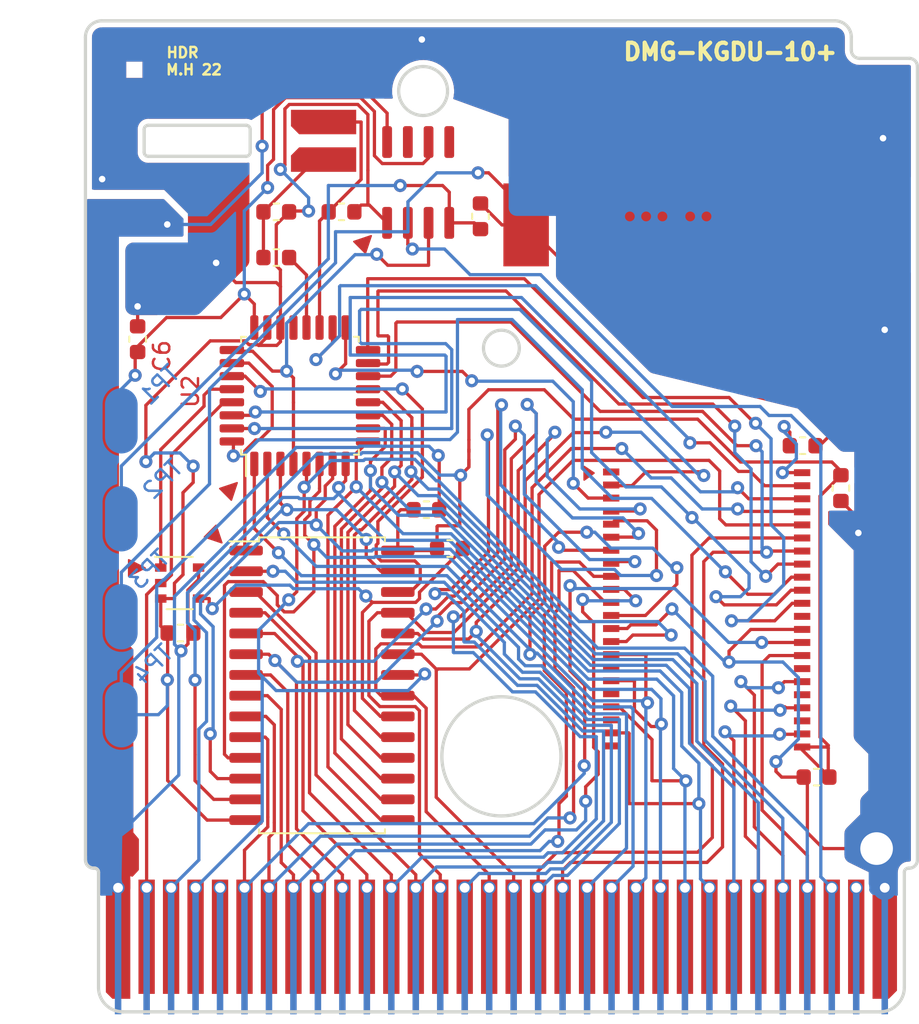
<source format=kicad_pcb>
(kicad_pcb (version 20211014) (generator pcbnew)
  (layers (0 "F.Cu" signal) (31 "B.Cu" signal) (34 "B.Paste" user) (35 "F.Paste" user) (36 "B.SilkS" user "B.Silkscreen") (37 "F.SilkS" user "F.Silkscreen") (38 "B.Mask" user) (39 "F.Mask" user) (44 "Edge.Cuts" user))
  (net 0 "")
  (net 1 "GND")
  (net 2 "Net-(C5-Pad2)")
  (net 3 "VCC")
  (net 4 "XIN")
  (net 5 "PWR")
  (net 6 "AA14")
  (net 7 "A12")
  (net 8 "A7")
  (net 9 "A6")
  (net 10 "A5")
  (net 11 "A4")
  (net 12 "A3")
  (net 13 "A2")
  (net 14 "A1")
  (net 15 "A0")
  (net 16 "D0")
  (net 17 "D1")
  (net 18 "D2")
  (net 19 "D3")
  (net 20 "D4")
  (net 21 "D5")
  (net 22 "D6")
  (net 23 "D7")
  (net 24 "#CE")
  (net 25 "A10")
  (net 26 "\\RD")
  (net 27 "A11")
  (net 28 "A9")
  (net 29 "A8")
  (net 30 "AA13")
  (net 31 "\\WR")
  (net 32 "XOUT")
  (net 33 "CLK")
  (net 34 "CS")
  (net 35 "A13")
  (net 36 "A14")
  (net 37 "A15")
  (net 38 "RESET")
  (net 39 "\\RST")
  (net 40 "RA14")
  (net 41 "RA17")
  (net 42 "RA18")
  (net 43 "RA20")
  (net 44 "\\RAMCS")
  (net 45 "RA19")
  (net 46 "RA16")
  (net 47 "RA15")
  (net 48 "Net-(SW1-Pad2)")
  (net 49 "WE_AUD")
  (net 50 "BT+")
  (net 51 "Vbatt")
  (net 52 "Net-(U2-Pad21)")
  (net 53 "Net-(U4-Pad5)")
  (net 54 "Net-(U4-Pad7)")
  (footprint "Custom:Resonator_SMD_muRata_CDSCB-2pin_4.5x2.0mm_HandSoldering" (layer "F.Cu") (at 131.718 76.652 90)
    (fp_text reference "Y1" hide)
    (fp_text value "Crystal")
  )
  (footprint "Package_SO:TSOP-6_1.65x3.05mm_P0.95mm" (layer "F.Cu") (at 122.895 103.739)
    (fp_text reference "U5" hide)
    (fp_text value "74LVC1G32")
  )
  (footprint "Capacitor_SMD:C_0603_1608Metric" (layer "F.Cu") (at 163.431 97.9221 90)
    (fp_text reference "C1" hide)
    (fp_text value "0.1 uF")
  )
  (footprint "Capacitor_SMD:C_0603_1608Metric" (layer "F.Cu") (at 161.9375 115.625 180)
    (fp_text reference "C2" hide)
    (fp_text value "0.1 uF")
  )
  (footprint "Capacitor_SMD:C_0603_1608Metric" (layer "F.Cu") (at 138.019 99.2474 180)
    (fp_text reference "C3" hide)
    (fp_text value "0.1 uF")
  )
  (footprint "Capacitor_SMD:C_0603_1608Metric" (layer "F.Cu") (at 132.818 81.002)
    (fp_text reference "C4" hide)
    (fp_text value "15 pF")
  )
  (footprint "Capacitor_SMD:C_0603_1608Metric" (layer "F.Cu") (at 128.818 81.002 180)
    (fp_text reference "C5" hide)
    (fp_text value "15 pF")
  )
  (footprint "Capacitor_SMD:C_0603_1608Metric" (layer "F.Cu") (at 120.319 88.802 90)
    (fp_text reference "C6" hide)
    (fp_text value "0.1 uF")
  )
  (footprint "Capacitor_SMD:C_0603_1608Metric" (layer "F.Cu") (at 122.946 106.799)
    (fp_text reference "C7" hide)
    (fp_text value "0.1 uF")
  )
  (footprint "Resistor_SMD:R_0603_1608Metric" (layer "F.Cu") (at 128.818 83.802 180)
    (fp_text reference "R1" hide)
    (fp_text value "330Kohm")
  )
  (footprint "Resistor_SMD:R_0603_1608Metric" (layer "F.Cu") (at 139.4625 101.625 180)
    (fp_text reference "R2" hide)
    (fp_text value "10 Kohm")
  )
  (footprint "Resistor_SMD:R_0603_1608Metric" (layer "F.Cu") (at 141.3375 81.275 -90)
    (fp_text reference "R3" hide)
    (fp_text value "1 Kohm")
  )
  (footprint "Package_SO:SOIC-28W_7.5x17.9mm_P1.27mm" (layer "F.Cu") (at 131.619 110.002)
    (fp_text reference "U3" hide)
    (fp_text value "FM18W08")
  )
  (footprint "Package_SO:SOIC-8_3.9x4.9mm_P1.27mm" (layer "F.Cu") (at 137.518 79.202 90)
    (fp_text reference "U4" hide)
    (fp_text value "BA6129AF")
  )
  (footprint "Custom:BK-6219-TR" (layer "F.Cu") (at 155.12 81.802)
    (fp_text reference "B1" hide)
    (fp_text value "Battery_Cell")
  )
  (footprint "Connector_GameBoy:GameBoy_GamePak_CGB-002_P1.50mm_Edge" (layer "F.Cu") (at 142.62 130.002)
    (fp_text reference "U0" hide)
    (fp_text value "CartBus" hide)
  )
  (footprint "NintendoFootprints:MBC3" (layer "F.Cu") (at 130.619 92.0016 90)
    (fp_text reference "U2" hide)
    (fp_text value "MBC3")
  )
  (footprint "Custom:Nintendo_3x3_GNDPad" (layer "F.Cu") (at 120.119 72.302)
    (fp_text reference "GNDPAD1" hide)
    (fp_text value "Nintendo_3x3_GNDPad")
  )
  (footprint "GBC:22_SMD_PADs" (layer "F.Cu") (at 161.555 96.97822 -90)
    (fp_text reference "R0" hide)
    (fp_text value "CASTELLATIONS TSOP-II 22P" hide)
  )
  (footprint "GBC:22_SMD_PADs" (layer "F.Cu") (at 149.34 113.732141 90)
    (fp_text reference "L0" hide)
    (fp_text value "CASTELLATIONS TSOP-II 22P" hide)
  )
  (footprint "Resistor_SMD:R_0603_1608Metric" (layer "F.Cu") (at 161.0875 95.325 180)
    (fp_text reference "R3" hide)
    (fp_text value "0 Kohm")
  )
  (footprint "Custom:GBA-ProductionIndicator" (layer "B.Cu") (at 153.342 82.3341 90)
    (fp_text reference "PAD*" hide)
    (fp_text value "GBA-ProductionIndicator")
  )
  (footprint "Custom:GameBoy_Testpoint" (layer "B.Cu") (at 119.319 93.802 -90)
    (fp_text reference "TP1" hide)
    (fp_text value "RTC_VOUT")
  )
  (footprint "Custom:GameBoy_Testpoint" (layer "B.Cu") (at 119.319 99.802 -90)
    (fp_text reference "TP2" hide)
    (fp_text value "Battery_Positive_After_Resistor")
  )
  (footprint "Custom:GameBoy_Testpoint" (layer "B.Cu") (at 119.319 105.802 -90)
    (fp_text reference "TP3" hide)
    (fp_text value "Battery_Positive")
  )
  (footprint "Custom:GameBoy_Testpoint" (layer "B.Cu") (at 119.319 111.802 -90)
    (fp_text reference "TP4" hide)
    (fp_text value "Ground")
  )
  (gr_poly (pts (xy 126.416276 97.596409) (xy 126.062722 98.65707) (xy 125.355616 97.949963)) (layer "F.Cu") (width 0.1) (fill solid))
  (gr_poly (pts (xy 134.635597 82.467672) (xy 134.282044 83.528332) (xy 133.574937 82.821225)) (layer "F.Cu") (width 0.1) (fill solid))
  (gr_poly (pts (xy 125.477801 101.26918) (xy 124.417141 100.915627) (xy 125.124248 100.20852)) (layer "F.Cu") (width 0.1) (fill solid))
  (gr_poly (pts (xy 147.694855 97.426561) (xy 147.694855 96.601561) (xy 148.294855 97.001561)) (layer "F.Cu") (width 0.1) (fill solid))
  (gr_poly (pts (xy 120.77192 102.81666) (xy 119.77192 103.31666) (xy 119.77192 102.31666)) (layer "F.Cu") (width 0.1) (fill solid))
  (gr_line (start 167.62 71.602) (end 164.57 71.602) (layer "Edge.Cuts") (width 0.2))
  (gr_line (start 163.07 69.302) (end 118.119 69.302) (layer "Edge.Cuts") (width 0.2))
  (gr_line (start 119.420439 130.001559) (end 165.820441 130.002435) (layer "Edge.Cuts") (width 0.2))
  (gr_line (start 164.07 70.302) (end 164.07 71.102) (layer "Edge.Cuts") (width 0.2))
  (gr_line (start 117.119 70.302) (end 117.12 120.702) (layer "Edge.Cuts") (width 0.2))
  (gr_circle (center 142.62 89.352) (end 143.72 89.352) (layer "Edge.Cuts") (width 0.2) (fill none))
  (gr_circle (center 142.62 114.352) (end 146.27 114.352) (layer "Edge.Cuts") (width 0.2) (fill none))
  (gr_line (start 168.12 120.702) (end 168.12 72.102) (layer "Edge.Cuts") (width 0.2))
  (gr_line (start 120.969 75.702) (end 126.969 75.702) (layer "Edge.Cuts") (width 0.2))
  (gr_arc (start 167.32 121.452) (mid 167.393223 121.275223) (end 167.57 121.202) (layer "Edge.Cuts") (width 0.2))
  (gr_arc (start 120.719 75.952) (mid 120.792223 75.775223) (end 120.969 75.702) (layer "Edge.Cuts") (width 0.2))
  (gr_arc (start 126.969 75.702) (mid 127.145777 75.775223) (end 127.219 75.952) (layer "Edge.Cuts") (width 0.2))
  (gr_arc (start 127.219 77.352) (mid 127.145777 77.528777) (end 126.969 77.602) (layer "Edge.Cuts") (width 0.2))
  (gr_arc (start 167.320002 128.501998) (mid 166.880972 129.562786) (end 165.820441 130.002435) (layer "Edge.Cuts") (width 0.2))
  (gr_line (start 167.320002 128.501998) (end 167.32 121.452) (layer "Edge.Cuts") (width 0.2))
  (gr_line (start 167.62 121.202) (end 167.57 121.202) (layer "Edge.Cuts") (width 0.2))
  (gr_line (start 117.920002 128.501998) (end 117.92 121.452) (layer "Edge.Cuts") (width 0.2))
  (gr_arc (start 117.67 121.202) (mid 117.846777 121.275223) (end 117.92 121.452) (layer "Edge.Cuts") (width 0.2))
  (gr_line (start 117.67 121.202) (end 117.62 121.202) (layer "Edge.Cuts") (width 0.2))
  (gr_arc (start 117.62 121.202) (mid 117.266447 121.055553) (end 117.12 120.702) (layer "Edge.Cuts") (width 0.2))
  (gr_arc (start 163.07 69.302) (mid 163.777107 69.594893) (end 164.07 70.302) (layer "Edge.Cuts") (width 0.2))
  (gr_arc (start 167.62 71.602) (mid 167.973553 71.748447) (end 168.12 72.102) (layer "Edge.Cuts") (width 0.2))
  (gr_line (start 120.719 75.952) (end 120.719 77.352) (layer "Edge.Cuts") (width 0.2))
  (gr_arc (start 120.969 77.602) (mid 120.792223 77.528777) (end 120.719 77.352) (layer "Edge.Cuts") (width 0.2))
  (gr_circle (center 137.819 73.602) (end 139.319 73.602) (layer "Edge.Cuts") (width 0.2) (fill none))
  (gr_line (start 126.969 77.602) (end 120.969 77.602) (layer "Edge.Cuts") (width 0.2))
  (gr_arc (start 168.12 120.702) (mid 167.973553 121.055553) (end 167.62 121.202) (layer "Edge.Cuts") (width 0.2))
  (gr_arc (start 117.119 70.302) (mid 117.411893 69.594893) (end 118.119 69.302) (layer "Edge.Cuts") (width 0.2))
  (gr_line (start 127.219 75.952) (end 127.219 77.352) (layer "Edge.Cuts") (width 0.2))
  (gr_arc (start 119.420439 130.001559) (mid 118.359651 129.562529) (end 117.920002 128.501998) (layer "Edge.Cuts") (width 0.2))
  (gr_arc (start 164.57 71.602) (mid 164.216447 71.455553) (end 164.07 71.102) (layer "Edge.Cuts") (width 0.2))
  (gr_text "C6" (at 121.80062 89.84074 90) (layer "F.Cu") (effects (font (size 1 1))))
  (gr_text "U2" (at 123.56338 92.0016 90) (layer "F.Cu") (effects (font (size 1 1))))
  (gr_text "TP3" (at 121.03862 102.9081 45) (layer "B.Cu") (effects (font (size 1 1)) (justify mirror)))
  (gr_text "TP2" (at 121.8565 97.37598 45) (layer "B.Cu") (effects (font (size 1 1)) (justify mirror)))
  (gr_text "TP1" (at 121.65584 91.59748 45) (layer "B.Cu") (effects (font (size 1 1)) (justify mirror)))
  (gr_text "TP4" (at 121.25452 108.71454 45) (layer "B.Cu") (effects (font (size 1 1)) (justify mirror)))
  (gr_text "M.H 22" (at 123.775 72.3) (layer "F.SilkS") (effects (font (size 0.635 0.635))))
  (gr_text "DMG-KGDU-10+" (at 156.65 71.2) (layer "F.SilkS") (effects (font (size 1.016 1.016) (thickness 0.254))))
  (gr_text "HDR" (at 123.075 71.25) (layer "F.SilkS") (effects (font (size 0.635 0.635))))
  (segment (start 125.13056 84.12734) (end 125.07214 84.06892) (width 0.2) (layer "F.Cu") (net 1))
  (segment (start 120.319 86.47002) (end 120.7008 86.08822) (width 0.2) (layer "F.Cu") (net 1))
  (segment (start 150.325953 106.524047) (end 149.35 106.524047) (width 0.2) (layer "F.Cu") (net 1))
  (segment (start 127.69407 89.14077) (end 127.14597 89.14077) (width 0.2) (layer "F.Cu") (net 1))
  (segment (start 134.4344 78.464) (end 134.4344 80.5875) (width 0.2) (layer "F.Cu") (net 1))
  (segment (start 122.575 103.75) (end 122.575 104.675) (width 0.2) (layer "F.Cu") (net 1))
  (segment (start 150.55 106.3) (end 150.325953 106.524047) (width 0.2) (layer "F.Cu") (net 1))
  (segment (start 133.6055 81.002) (end 134.02 80.5875) (width 0.2) (layer "F.Cu") (net 1))
  (segment (start 162.025 95.425) (end 163.2 94.25) (width 0.2) (layer "F.Cu") (net 1))
  (segment (start 128.84956 89.1815) (end 129.07102 88.96004) (width 0.2) (layer "F.Cu") (net 1))
  (segment (start 120.825 92.84996) (end 120.825 96.3) (width 0.2) (layer "F.Cu") (net 1))
  (segment (start 128.824719 85.335539) (end 126.338759 85.335539) (width 0.2) (layer "F.Cu") (net 1))
  (segment (start 134.4344 80.5875) (end 134.5235 80.5875) (width 0.2) (layer "F.Cu") (net 1))
  (segment (start 120.319 86.47002) (end 120.319 86.47002) (width 0.2) (layer "F.Cu") (net 1))
  (segment (start 127.7348 89.1815) (end 128.84956 89.1815) (width 0.2) (layer "F.Cu") (net 1))
  (segment (start 124.76906 88.9059) (end 120.825 92.84996) (width 0.2) (layer "F.Cu") (net 1))
  (segment (start 124.57906 118.257) (end 122.1586 115.83654) (width 0.2) (layer "F.Cu") (net 1))
  (segment (start 161.375 119.025) (end 162.352 120.002) (width 0.2) (layer "F.Cu") (net 1))
  (segment (start 129.65516 80.95234) (end 129.6055 81.002) (width 0.2) (layer "F.Cu") (net 1))
  (segment (start 163.2 94.25) (end 164.075 94.25) (width 0.2) (layer "F.Cu") (net 1))
  (segment (start 129.34688 74.69472) (end 129.34688 78.1254) (width 0.2) (layer "F.Cu") (net 1))
  (segment (start 166.65 102.81726) (end 166.65 116.425) (width 0.2) (layer "F.Cu") (net 1))
  (segment (start 165.35 99.81838) (end 164.50056 100.66782) (width 0.2) (layer "F.Cu") (net 1))
  (segment (start 153.7459 83.6761) (end 153.7459 84.9049) (width 0.2) (layer "F.Cu") (net 1))
  (segment (start 156.575 108.575) (end 156.575 107.905761) (width 0.2) (layer "F.Cu") (net 1))
  (segment (start 155.12 82.302) (end 153.7459 83.6761) (width 0.2) (layer "F.Cu") (net 1))
  (segment (start 156.575 107.905761) (end 157.901876 106.578885) (width 0.2) (layer "F.Cu") (net 1))
  (segment (start 165.62 120.002) (end 165.62 117.455) (width 0.2) (layer "F.Cu") (net 1))
  (segment (start 164.50056 100.66782) (end 166.65 102.81726) (width 0.2) (layer "F.Cu") (net 1))
  (segment (start 129.07102 84.55782) (end 128.818 84.3048) (width 0.2) (layer "F.Cu") (net 1))
  (segment (start 128.818 81.7895) (end 128.818 84.3048) (width 0.2) (layer "F.Cu") (net 1))
  (segment (start 123.725 97.575) (end 123.1 98.2) (width 0.2) (layer "F.Cu") (net 1))
  (segment (start 129.07102 85.58184) (end 129.07102 84.55782) (width 0.2) (layer "F.Cu") (net 1))
  (segment (start 123.1 103.225) (end 122.575 103.75) (width 0.2) (layer "F.Cu") (net 1))
  (segment (start 130.79984 80.95234) (end 129.65516 80.95234) (width 0.2) (layer "F.Cu") (net 1))
  (segment (start 164.50056 99.77916) (end 164.50056 100.66782) (width 0.2) (layer "F.Cu") (net 1))
  (segment (start 120.319 88.0145) (end 120.319 86.47002) (width 0.2) (layer "F.Cu") (net 1))
  (segment (start 164.075 94.25) (end 165.35 95.525) (width 0.2) (layer "F.Cu") (net 1))
  (segment (start 166.12 120.502) (end 165.62 120.002) (width 1.5) (layer "F.Cu") (net 1))
  (segment (start 159.45 114.675) (end 159.45 115.275) (width 0.2) (layer "F.Cu") (net 1))
  (segment (start 134.02 80.5875) (end 134.4344 80.5875) (width 0.2) (layer "F.Cu") (net 1))
  (segment (start 159.45 115.275) (end 159.8 115.625) (width 0.2) (layer "F.Cu") (net 1))
  (segment (start 129.07102 85.58184) (end 128.824719 85.335539) (width 0.2) (layer "F.Cu") (net 1))
  (segment (start 129.618 74.4236) (end 133.8143 74.4236) (width 0.2) (layer "F.Cu") (net 1))
  (segment (start 138.8065 96.32742) (end 138.8065 99.2474) (width 0.2) (layer "F.Cu") (net 1))
  (segment (start 123.725 96.575) (end 123.725 97.575) (width 0.2) (layer "F.Cu") (net 1))
  (segment (start 122.1586 115.83654) (end 122.1586 109.6639) (width 0.2) (layer "F.Cu") (net 1))
  (segment (start 161.375 115.85) (end 161.375 119.025) (width 0.2) (layer "F.Cu") (net 1))
  (segment (start 153.5038 85.147) (end 153.7459 84.9049) (width 0.2) (layer "F.Cu") (net 1))
  (segment (start 123.1 98.2) (end 123.1 103.225) (width 0.2) (layer "F.Cu") (net 1))
  (segment (start 122.575 104.675) (end 122.561 104.689) (width 0.2) (layer "F.Cu") (net 1))
  (segment (start 127.14597 89.14077) (end 126.9111 88.9059) (width 0.2) (layer "F.Cu") (net 1))
  (segment (start 122.1585 109.6639) (end 122.1414 109.6639) (width 0.2) (layer "F.Cu") (net 1))
  (segment (start 134.4344 75.0437) (end 134.4344 78.464) (width 0.2) (layer "F.Cu") (net 1))
  (segment (start 134.5235 80.5875) (end 135.613 81.677) (width 0.2) (layer "F.Cu") (net 1))
  (segment (start 126.338759 85.335539) (end 125.13056 84.12734) (width 0.2) (layer "F.Cu") (net 1))
  (segment (start 127.7348 89.1815) (end 128.271 88.6453) (width 0.2) (layer "F.Cu") (net 1))
  (segment (start 122.1586 109.6639) (end 122.1585 109.6639) (width 0.2) (layer "F.Cu") (net 1))
  (segment (start 129.34688 78.1254) (end 129.06756 78.40472) (width 0.2) (layer "F.Cu") (net 1))
  (segment (start 159.8 115.625) (end 161.15 115.625) (width 0.2) (layer "F.Cu") (net 1))
  (segment (start 126.5425 118.257) (end 126.969 118.257) (width 0.2) (layer "F.Cu") (net 1))
  (segment (start 157.901876 106.578885) (end 161.055 106.578885) (width 0.2) (layer "F.Cu") (net 1))
  (segment (start 129.34688 74.69472) (end 129.618 74.4236) (width 0.2) (layer "F.Cu") (net 1))
  (segment (start 153.075 105.325) (end 152.1 106.3) (width 0.2) (layer "F.Cu") (net 1))
  (segment (start 122.561 104.689) (end 121.735 104.689) (width 0.2) (layer "F.Cu") (net 1))
  (segment (start 128.271 88.6453) (end 128.271 88.0908) (width 0.2) (layer "F.Cu") (net 1))
  (segment (start 138.8065 99.2474) (end 139.016 99.0379) (width 0.2) (layer "F.Cu") (net 1))
  (segment (start 129.07102 88.96004) (end 129.07102 88.09076) (width 0.2) (layer "F.Cu") (net 1))
  (segment (start 126.9111 88.9059) (end 124.76906 88.9059) (width 0.2) (layer "F.Cu") (net 1))
  (segment (start 121.735 106.3755) (end 121.735 104.689) (width 0.2) (layer "F.Cu") (net 1))
  (segment (start 163.431 98.7096) (end 164.50056 99.77916) (width 0.2) (layer "F.Cu") (net 1))
  (segment (start 152.1 106.3) (end 150.55 106.3) (width 0.2) (layer "F.Cu") (net 1))
  (segment (start 129.07102 88.09076) (end 129.07102 85.58184) (width 0.2) (layer "F.Cu") (net 1))
  (segment (start 133.8143 74.4236) (end 134.4344 75.0437) (width 0.2) (layer "F.Cu") (net 1))
  (segment (start 162.352 120.002) (end 165.62 120.002) (width 0.2) (layer "F.Cu") (net 1))
  (segment (start 122.1585 109.6639) (end 122.1585 106.799) (width 0.2) (layer "F.Cu") (net 1))
  (segment (start 126.969 118.257) (end 124.57906 118.257) (width 0.2) (layer "F.Cu") (net 1))
  (segment (start 165.35 95.525) (end 165.35 99.81838) (width 0.2) (layer "F.Cu") (net 1))
  (segment (start 166.12 122.402) (end 166.12 120.502) (width 1.5) (layer "F.Cu") (net 1))
  (segment (start 127.7348 89.1815) (end 127.69407 89.14077) (width 0.2) (layer "F.Cu") (net 1))
  (segment (start 122.1585 106.799) (end 121.735 106.3755) (width 0.2) (layer "F.Cu") (net 1))
  (segment (start 161.15 115.625) (end 161.375 115.85) (width 0.2) (layer "F.Cu") (net 1))
  (segment (start 129.6055 81.002) (end 128.818 81.7895) (width 0.2) (layer "F.Cu") (net 1))
  (segment (start 165.62 117.455) (end 166.65 116.425) (width 0.2) (layer "F.Cu") (net 1))
  (via (at 165.62 120.002) (size 2.05) (drill 2) (layers "F.Cu" "B.Cu") (net 1))
  (via (at 138.75 95.925) (size 0.8) (drill 0.4) (layers "F.Cu" "B.Cu") (net 1))
  (via (at 153.075 105.325) (size 0.8) (drill 0.4) (layers "F.Cu" "B.Cu") (net 1))
  (via (at 129.06756 78.40472) (size 0.8) (drill 0.4) (layers "F.Cu" "B.Cu") (net 1))
  (via (at 159.45 114.675) (size 0.8) (drill 0.4) (layers "F.Cu" "B.Cu") (net 1))
  (via (at 130.79984 80.95234) (size 0.8) (drill 0.4) (layers "F.Cu" "B.Cu") (net 1))
  (via (at 156.575 108.575) (size 0.8) (drill 0.4) (layers "F.Cu" "B.Cu") (net 1))
  (via (at 122.1414 109.6639) (size 0.8) (drill 0.4) (layers "F.Cu" "B.Cu") (net 1))
  (via (at 120.825 96.3) (size 0.8) (drill 0.4) (layers "F.Cu" "B.Cu") (net 1))
  (via (at 166.116 88.2269) (size 0.8) (drill 0.4) (layers "F.Cu" "B.Cu") (net 1))
  (via (at 166.0144 76.4921) (size 0.8) (drill 0.4) (layers "F.Cu" "B.Cu") (net 1))
  (via (at 164.50056 100.66782) (size 0.8) (drill 0.4) (layers "F.Cu" "B.Cu") (net 1))
  (via (at 118.14302 78.99654) (size 0.8) (drill 0.4) (layers "F.Cu" "B.Cu") (net 1))
  (via (at 123.725 96.575) (size 0.8) (drill 0.4) (layers "F.Cu" "B.Cu") (net 1))
  (via (at 137.74166 70.4469) (size 0.8) (drill 0.4) (layers "F.Cu" "B.Cu") (net 1))
  (via (at 125.13056 84.12734) (size 0.8) (drill 0.4) (layers "F.Cu" "B.Cu") (net 1))
  (via (at 120.31726 86.79434) (size 0.8) (drill 0.4) (layers "F.Cu" "B.Cu") (net 1))
  (segment (start 159.45 114.675) (end 160.825 113.3) (width 0.2) (layer "B.Cu") (net 1))
  (segment (start 135.265456 95.359439) (end 135.257701 95.351684) (width 0.2) (layer "B.Cu") (net 1))
  (segment (start 129.06756 78.40472) (end 130.79984 80.137) (width 0.2) (layer "B.Cu") (net 1))
  (segment (start 133.922941 95.351684) (end 133.840225 95.4344) (width 0.2) (layer "B.Cu") (net 1))
  (segment (start 122.1414 111.24904) (end 122.1414 109.6639) (width 0.2) (layer "B.Cu") (net 1))
  (segment (start 135.257701 95.351684) (end 133.922941 95.351684) (width 0.2) (layer "B.Cu") (net 1))
  (segment (start 119.319 109.23567) (end 119.319 111.802) (width 0.2) (layer "B.Cu") (net 1))
  (segment (start 130.79984 80.137) (end 130.79984 80.95234) (width 0.2) (layer "B.Cu") (net 1))
  (segment (start 121.9219 103.55) (end 121.875 103.55) (width 0.2) (layer "B.Cu") (net 1))
  (segment (start 119.319 111.802) (end 121.58844 111.802) (width 0.2) (layer "B.Cu") (net 1))
  (segment (start 122.921453 95.771453) (end 121.353547 95.771453) (width 0.2) (layer "B.Cu") (net 1))
  (segment (start 121.58844 111.802) (end 122.1414 111.24904) (width 0.2) (layer "B.Cu") (net 1))
  (segment (start 123.725 96.575) (end 122.921453 95.771453) (width 0.2) (layer "B.Cu") (net 1))
  (segment (start 121.353547 95.771453) (end 120.825 96.3) (width 0.2) (layer "B.Cu") (net 1))
  (segment (start 121.875 103.55) (end 121.4858 103.9392) (width 0.2) (layer "B.Cu") (net 1))
  (segment (start 156.325 108.575) (end 156.575 108.575) (width 0.2) (layer "B.Cu") (net 1))
  (segment (start 153.075 105.325) (end 156.325 108.575) (width 0.2) (layer "B.Cu") (net 1))
  (segment (start 160.825 113.3) (end 160.825 109.525) (width 0.2) (layer "B.Cu") (net 1))
  (segment (start 138.184439 95.359439) (end 135.265456 95.359439) (width 0.2) (layer "B.Cu") (net 1))
  (segment (start 121.4858 103.9392) (end 121.4858 107.06887) (width 0.2) (layer "B.Cu") (net 1))
  (segment (start 130.0375 95.4344) (end 121.9219 103.55) (width 0.2) (layer "B.Cu") (net 1))
  (segment (start 166.12 122.402) (end 166.12 120.502) (width 1.5) (layer "B.Cu") (net 1))
  (segment (start 138.75 95.925) (end 138.184439 95.359439) (width 0.2) (layer "B.Cu") (net 1))
  (segment (start 166.12 120.502) (end 165.62 120.002) (width 0.2) (layer "B.Cu") (net 1))
  (segment (start 159.875 108.575) (end 156.575 108.575) (width 0.2) (layer "B.Cu") (net 1))
  (segment (start 133.840225 95.4344) (end 130.0375 95.4344) (width 0.2) (layer "B.Cu") (net 1))
  (segment (start 160.825 109.525) (end 159.875 108.575) (width 0.2) (layer "B.Cu") (net 1))
  (segment (start 121.4858 107.06887) (end 119.319 109.23567) (width 0.2) (layer "B.Cu") (net 1))
  (segment (start 131.2305 77.802) (end 131.718 77.802) (width 0.2) (layer "F.Cu") (net 2))
  (segment (start 128.0305 83.802) (end 128.0305 81.002) (width 0.2) (layer "F.Cu") (net 2))
  (segment (start 128.0305 81.002) (end 131.2305 77.802) (width 0.2) (layer "F.Cu") (net 2))
  (segment (start 145.25 91.9) (end 147.05 93.7) (width 0.2) (layer "F.Cu") (net 3))
  (segment (start 140.625 94.975) (end 140.625 93.1) (width 0.2) (layer "F.Cu") (net 3))
  (segment (start 138.718452 100.231548) (end 138.675 100.275) (width 0.2) (layer "F.Cu") (net 3))
  (segment (start 119.12 122.402) (end 119.12 121.14368) (width 1.5) (layer "F.Cu") (net 3))
  (segment (start 162.554855 113.779745) (end 161.055 113.779745) (width 0.2) (layer "F.Cu") (net 3))
  (segment (start 140.120923 97.137054) (end 140.625 96.632977) (width 0.2) (layer "F.Cu") (net 3))
  (segment (start 135.613 74.959) (end 134.2152 73.5612) (width 0.2) (layer "F.Cu") (net 3))
  (segment (start 140.068452 97.189525) (end 140.068452 100.231548) (width 0.2) (layer "F.Cu") (net 3))
  (segment (start 162.725 115.625) (end 161.055 113.955) (width 0.2) (layer "F.Cu") (net 3))
  (segment (start 127.95099 74.87401) (end 127.95099 76.97866) (width 0.2) (layer "F.Cu") (net 3))
  (segment (start 123.4047 107.4647) (end 122.9769 107.8925) (width 0.2) (layer "F.Cu") (net 3))
  (segment (start 161.055 113.955) (end 161.055 113.779745) (width 0.2) (layer "F.Cu") (net 3))
  (segment (start 135.613 76.727) (end 135.613 74.959) (width 0.2) (layer "F.Cu") (net 3))
  (segment (start 162.6548 115.5548) (end 162.725 115.625) (width 0.2) (layer "F.Cu") (net 3))
  (segment (start 140.625 95.70618) (end 140.625 95.5625) (width 0.2) (layer "F.Cu") (net 3))
  (segment (start 124.055 103.52) (end 124.055 102.789) (width 0.2) (layer "F.Cu") (net 3))
  (segment (start 162.6548 113.6798) (end 162.554855 113.779745) (width 0.2) (layer "F.Cu") (net 3))
  (segment (start 123.4047 104.1703) (end 124.055 103.52) (width 0.2) (layer "F.Cu") (net 3))
  (segment (start 123.4047 106.3511) (end 123.4047 107.4647) (width 0.2) (layer "F.Cu") (net 3))
  (segment (start 157.275 96.325) (end 162.875 96.325) (width 0.2) (layer "F.Cu") (net 3))
  (segment (start 138.675 100.275) (end 138.675 101.625) (width 0.2) (layer "F.Cu") (net 3))
  (segment (start 162.55 113.75) (end 162.6548 113.8548) (width 0.2) (layer "F.Cu") (net 3))
  (segment (start 123.4047 106.3511) (end 123.4047 106.4702) (width 0.2) (layer "F.Cu") (net 3))
  (segment (start 141.825 91.9) (end 145.25 91.9) (width 0.2) (layer "F.Cu") (net 3))
  (segment (start 140.120923 97.137054) (end 140.068452 97.189525) (width 0.2) (layer "F.Cu") (net 3))
  (segment (start 162.15 113.175) (end 162.6548 113.6798) (width 0.2) (layer "F.Cu") (net 3))
  (segment (start 162.6548 113.6798) (end 162.6548 113.8548) (width 0.2) (layer "F.Cu") (net 3))
  (segment (start 140.625 96.632977) (end 140.625 96.175) (width 0.2) (layer "F.Cu") (net 3))
  (segment (start 140.625 93.1) (end 141.825 91.9) (width 0.2) (layer "F.Cu") (net 3))
  (segment (start 140.068452 100.231548) (end 138.718452 100.231548) (width 0.2) (layer "F.Cu") (net 3))
  (segment (start 147.05 93.7) (end 154.65 93.7) (width 0.2) (layer "F.Cu") (net 3))
  (segment (start 136.4519 99.2474) (end 136.269 99.4303) (width 0.2) (layer "F.Cu") (net 3))
  (segment (start 154.65 93.7) (end 157.275 96.325) (width 0.2) (layer "F.Cu") (net 3))
  (segment (start 162.875 96.325) (end 163.431 96.881) (width 0.2) (layer "F.Cu") (net 3))
  (segment (start 129.2638 73.5612) (end 127.95099 74.87401) (width 0.2) (layer "F.Cu") (net 3))
  (segment (start 162.15 98.4156) (end 162.15 113.175) (width 0.2) (layer "F.Cu") (net 3))
  (segment (start 162.725 115.625) (end 162.725 115.55) (width 0.2) (layer "F.Cu") (net 3))
  (segment (start 163.431 96.881) (end 163.431 97.1346) (width 0.2) (layer "F.Cu") (net 3))
  (segment (start 136.269 101.747) (end 138.553 101.747) (width 0.2) (layer "F.Cu") (net 3))
  (segment (start 123.4047 106.3511) (end 123.4047 104.1703) (width 0.2) (layer "F.Cu") (net 3))
  (segment (start 140.625 95.5625) (end 140.625 94.95668) (width 0.2) (layer "F.Cu") (net 3))
  (segment (start 140.625 96.5375) (end 140.625 95.5625) (width 0.2) (layer "F.Cu") (net 3))
  (segment (start 137.2315 99.2474) (end 136.4519 99.2474) (width 0.2) (layer "F.Cu") (net 3))
  (segment (start 162.6548 113.8548) (end 162.6548 115.5548) (width 0.2) (layer "F.Cu") (net 3))
  (segment (start 134.2152 73.5612) (end 129.2638 73.5612) (width 0.2) (layer "F.Cu") (net 3))
  (segment (start 136.269 99.4303) (end 136.269 101.747) (width 0.2) (layer "F.Cu") (net 3))
  (segment (start 123.4047 106.4702) (end 123.7335 106.799) (width 0.2) (layer "F.Cu") (net 3))
  (segment (start 163.431 97.1346) (end 162.15 98.4156) (width 0.2) (layer "F.Cu") (net 3))
  (via (at 122.9769 107.8925) (size 0.8) (drill 0.4) (layers "F.Cu" "B.Cu") (net 3))
  (via (at 127.95099 76.97866) (size 0.8) (drill 0.4) (layers "F.Cu" "B.Cu") (net 3))
  (via (at 140.120923 97.137054) (size 0.8) (drill 0.4) (layers "F.Cu" "B.Cu") (net 3))
  (via (at 122.1359 81.7753) (size 0.8) (drill 0.4) (layers "F.Cu" "B.Cu") (net 3))
  (segment (start 134.005625 95.8347) (end 131.305 95.8347) (width 0.2) (layer "B.Cu") (net 3))
  (segment (start 138.8425 97.1288) (end 137.47315 95.75945) (width 0.2) (layer "B.Cu") (net 3))
  (segment (start 139.713575 97.1288) (end 138.8425 97.1288) (width 0.2) (layer "B.Cu") (net 3))
  (segment (start 140.313446 97.137054) (end 140.120923 97.137054) (width 0.2) (layer "B.Cu") (net 3))
  (segment (start 135.092012 95.751695) (end 134.08863 95.751695) (width 0.2) (layer "B.Cu") (net 3))
  (segment (start 140.120923 97.137054) (end 139.721829 97.137054) (width 0.2) (layer "B.Cu") (net 3))
  (segment (start 127.95099 78.618749) (end 127.95099 76.97866) (width 0.2) (layer "B.Cu") (net 3))
  (segment (start 135.099767 95.75945) (end 135.092012 95.751695) (width 0.2) (layer "B.Cu") (net 3))
  (segment (start 122.1359 81.7753) (end 124.794439 81.7753) (width 0.2) (layer "B.Cu") (net 3))
  (segment (start 139.721829 97.137054) (end 139.713575 97.1288) (width 0.2) (layer "B.Cu") (net 3))
  (segment (start 134.08863 95.751695) (end 134.005625 95.8347) (width 0.2) (layer "B.Cu") (net 3))
  (segment (start 122.841401 108.027999) (end 122.9769 107.8925) (width 0.2) (layer "B.Cu") (net 3))
  (segment (start 124.794439 81.7753) (end 127.95099 78.618749) (width 0.2) (layer "B.Cu") (net 3))
  (segment (start 122.576901 107.492501) (end 122.9769 107.8925) (width 0.2) (layer "B.Cu") (net 3))
  (segment (start 122.841401 115.496959) (end 122.841401 108.027999) (width 0.2) (layer "B.Cu") (net 3))
  (segment (start 119.12 122.402) (end 119.12 119.21836) (width 0.2) (layer "B.Cu") (net 3))
  (segment (start 137.47315 95.75945) (end 135.099767 95.75945) (width 0.2) (layer "B.Cu") (net 3))
  (segment (start 131.305 95.8347) (end 122.576901 104.562799) (width 0.2) (layer "B.Cu") (net 3))
  (segment (start 119.12 119.21836) (end 122.841401 115.496959) (width 0.2) (layer "B.Cu") (net 3))
  (segment (start 122.576901 104.562799) (end 122.576901 107.492501) (width 0.2) (layer "B.Cu") (net 3))
  (segment (start 134.0183 75.502) (end 134.0183 79.0142) (width 0.2) (layer "F.Cu") (net 4))
  (segment (start 131.718 75.502) (end 134.0183 75.502) (width 0.2) (layer "F.Cu") (net 4))
  (segment (start 131.471 81.5615) (end 131.471 88.0908) (width 0.2) (layer "F.Cu") (net 4))
  (segment (start 134.0183 79.0142) (end 132.0305 81.002) (width 0.2) (layer "F.Cu") (net 4))
  (segment (start 132.0305 81.002) (end 131.471 81.5615) (width 0.2) (layer "F.Cu") (net 4))
  (segment (start 120.319 89.24878) (end 122.09088 87.4769) (width 0.2) (layer "F.Cu") (net 5))
  (segment (start 120.1674 91.01328) (end 120.1674 89.7411) (width 0.2) (layer "F.Cu") (net 5))
  (segment (start 128.28778 79.51724) (end 128.28778 78.15326) (width 0.2) (layer "F.Cu") (net 5))
  (segment (start 128.651 77.79004) (end 128.651 74.7403) (width 0.2) (layer "F.Cu") (net 5))
  (segment (start 128.28778 78.15326) (end 128.651 77.79004) (width 0.2) (layer "F.Cu") (net 5))
  (segment (start 122.09088 87.4769) (end 125.41574 87.4769) (width 0.2) (layer "F.Cu") (net 5))
  (segment (start 133.9861 74.008) (end 134.8348 74.8567) (width 0.2) (layer "F.Cu") (net 5))
  (segment (start 125.41574 87.4769) (end 126.8571 86.03554) (width 0.2) (layer "F.Cu") (net 5))
  (segment (start 120.319 89.5895) (end 120.319 89.24878) (width 0.2) (layer "F.Cu") (net 5))
  (segment (start 128.651 74.7403) (end 129.3833 74.008) (width 0.2) (layer "F.Cu") (net 5))
  (segment (start 127.47102 88.09076) (end 127.47102 86.64946) (width 0.2) (layer "F.Cu") (net 5))
  (segment (start 129.3833 74.008) (end 133.9861 74.008) (width 0.2) (layer "F.Cu") (net 5))
  (segment (start 127.47102 86.64946) (end 126.8571 86.03554) (width 0.2) (layer "F.Cu") (net 5))
  (segment (start 137.8106 78.0444) (end 138.153 77.702) (width 0.2) (layer "F.Cu") (net 5))
  (segment (start 135.3165 78.0444) (end 137.8106 78.0444) (width 0.2) (layer "F.Cu") (net 5))
  (segment (start 138.153 77.702) (end 138.153 76.727) (width 0.2) (layer "F.Cu") (net 5))
  (segment (start 134.8348 77.5627) (end 135.3165 78.0444) (width 0.2) (layer "F.Cu") (net 5))
  (segment (start 134.8348 74.8567) (end 134.8348 77.5627) (width 0.2) (layer "F.Cu") (net 5))
  (segment (start 120.1674 89.7411) (end 120.319 89.5895) (width 0.2) (layer "F.Cu") (net 5))
  (via (at 120.1674 91.01328) (size 0.8) (drill 0.4) (layers "F.Cu" "B.Cu") (net 5))
  (via (at 128.28778 79.51724) (size 0.8) (drill 0.4) (layers "F.Cu" "B.Cu") (net 5))
  (via (at 126.8571 86.03554) (size 0.8) (drill 0.4) (layers "F.Cu" "B.Cu") (net 5))
  (segment (start 119.319 93.802) (end 119.319 91.86168) (width 0.2) (layer "B.Cu") (net 5))
  (segment (start 126.8571 80.94792) (end 126.8571 86.03554) (width 0.2) (layer "B.Cu") (net 5))
  (segment (start 119.319 91.86168) (end 120.1674 91.01328) (width 0.2) (layer "B.Cu") (net 5))
  (segment (start 128.28778 79.51724) (end 126.8571 80.94792) (width 0.2) (layer "B.Cu") (net 5))
  (segment (start 126.8898 95.647) (end 127.5611 94.9757) (width 0.2) (layer "F.Cu") (net 6))
  (segment (start 128.5683 94.1957) (end 128.5683 91.7001) (width 0.2) (layer "F.Cu") (net 6))
  (segment (start 127.134 90.2658) (end 126.096 90.2658) (width 0.2) (layer "F.Cu") (net 6))
  (segment (start 127.5611 94.9757) (end 127.7883 94.9757) (width 0.2) (layer "F.Cu") (net 6))
  (segment (start 126.969 101.747) (end 126.8898 101.6678) (width 0.2) (layer "F.Cu") (net 6))
  (segment (start 127.7883 94.9757) (end 128.5683 94.1957) (width 0.2) (layer "F.Cu") (net 6))
  (segment (start 126.8898 101.6678) (end 126.8898 95.647) (width 0.2) (layer "F.Cu") (net 6))
  (segment (start 128.5683 91.7001) (end 127.134 90.2658) (width 0.2) (layer "F.Cu") (net 6))
  (segment (start 147.375 120.25) (end 147.4 120.225) (width 0.2) (layer "F.Cu") (net 7))
  (segment (start 154.3 102.025) (end 155.346305 100.978695) (width 0.2) (layer "F.Cu") (net 7))
  (segment (start 154.3 113.675) (end 154.3 102.025) (width 0.2) (layer "F.Cu") (net 7))
  (segment (start 144.87 121.38) (end 146 120.25) (width 0.2) (layer "F.Cu") (net 7))
  (segment (start 161.054525 100.978695) (end 161.055 100.97822) (width 0.2) (layer "F.Cu") (net 7))
  (segment (start 146 120.25) (end 147.375 120.25) (width 0.2) (layer "F.Cu") (net 7))
  (segment (start 147.4 120.225) (end 154.65 120.225) (width 0.2) (layer "F.Cu") (net 7))
  (segment (start 155.55 119.325) (end 155.55 114.925) (width 0.2) (layer "F.Cu") (net 7))
  (segment (start 155.55 114.925) (end 154.3 113.675) (width 0.2) (layer "F.Cu") (net 7))
  (segment (start 126.969 103.017) (end 128.6148 103.017) (width 0.2) (layer "F.Cu") (net 7))
  (segment (start 154.65 120.225) (end 155.55 119.325) (width 0.2) (layer "F.Cu") (net 7))
  (segment (start 155.346305 100.978695) (end 161.054525 100.978695) (width 0.2) (layer "F.Cu") (net 7))
  (segment (start 144.87 122.402) (end 144.87 121.38) (width 0.2) (layer "F.Cu") (net 7))
  (via (at 128.6148 103.017) (size 0.8) (drill 0.4) (layers "F.Cu" "B.Cu") (net 7))
  (segment (start 145.0362 122.402) (end 145.7922 121.646) (width 0.2) (layer "B.Cu") (net 7))
  (segment (start 139.1111 103.686) (end 130.0386 103.686) (width 0.2) (layer "B.Cu") (net 7))
  (segment (start 149.8502 112.1) (end 147.890078 112.1) (width 0.2) (layer "B.Cu") (net 7))
  (segment (start 145.7922 121.646) (end 146.6737 121.646) (width 0.2) (layer "B.Cu") (net 7))
  (segment (start 144.87 122.402) (end 145.0362 122.402) (width 0.2) (layer "B.Cu") (net 7))
  (segment (start 130.0386 103.686) (end 129.3696 103.017) (width 0.2) (layer "B.Cu") (net 7))
  (segment (start 129.3696 103.017) (end 128.6148 103.017) (width 0.2) (layer "B.Cu") (net 7))
  (segment (start 144.993378 109.2033) (end 143.9141 109.2033) (width 0.2) (layer "B.Cu") (net 7))
  (segment (start 149.8502 118.4695) (end 149.8502 112.1) (width 0.2) (layer "B.Cu") (net 7))
  (segment (start 147.890078 112.1) (end 144.993378 109.2033) (width 0.2) (layer "B.Cu") (net 7))
  (segment (start 143.9141 109.2033) (end 142.7991 108.0883) (width 0.2) (layer "B.Cu") (net 7))
  (segment (start 142.7991 108.0883) (end 142.7991 107.374) (width 0.2) (layer "B.Cu") (net 7))
  (segment (start 142.7991 107.374) (end 139.1111 103.686) (width 0.2) (layer "B.Cu") (net 7))
  (segment (start 146.6737 121.646) (end 149.8502 118.4695) (width 0.2) (layer "B.Cu") (net 7))
  (segment (start 141.825 94.740234) (end 141.825 101.8342) (width 0.2) (layer "F.Cu") (net 8))
  (segment (start 126.969 104.287) (end 127.527102 104.287) (width 0.2) (layer "F.Cu") (net 8))
  (segment (start 152.125 103.275) (end 152.125 100.5) (width 0.2) (layer "F.Cu") (net 8))
  (segment (start 151.55 99.925) (end 149.556671 99.925) (width 0.2) (layer "F.Cu") (net 8))
  (segment (start 131.2564 115.4881) (end 137.37 121.6017) (width 0.2) (layer "F.Cu") (net 8))
  (segment (start 141.7505 94.665734) (end 141.825 94.740234) (width 0.2) (layer "F.Cu") (net 8))
  (segment (start 139.5207 104.1385) (end 138.7955 104.1385) (width 0.2) (layer "F.Cu") (net 8))
  (segment (start 137.37 121.6017) (end 137.37 122.402) (width 0.2) (layer "F.Cu") (net 8))
  (segment (start 127.527102 104.287) (end 131.2564 108.016298) (width 0.2) (layer "F.Cu") (net 8))
  (segment (start 152.125 100.5) (end 151.55 99.925) (width 0.2) (layer "F.Cu") (net 8))
  (segment (start 149.556671 99.925) (end 149.35 100.131671) (width 0.2) (layer "F.Cu") (net 8))
  (segment (start 141.825 101.8342) (end 139.5207 104.1385) (width 0.2) (layer "F.Cu") (net 8))
  (segment (start 138.7955 104.1385) (end 138.5475 104.3865) (width 0.2) (layer "F.Cu") (net 8))
  (segment (start 131.2564 108.016298) (end 131.2564 115.4881) (width 0.2) (layer "F.Cu") (net 8))
  (segment (start 126.969 104.287) (end 127.3618 104.287) (width 0.2) (layer "F.Cu") (net 8))
  (via (at 152.125 103.275) (size 0.8) (drill 0.4) (layers "F.Cu" "B.Cu") (net 8))
  (via (at 141.7505 94.665734) (size 0.8) (drill 0.4) (layers "F.Cu" "B.Cu") (net 8))
  (via (at 138.5475 104.3865) (size 0.8) (drill 0.4) (layers "F.Cu" "B.Cu") (net 8))
  (segment (start 137.37 122.402) (end 138.6431 121.1289) (width 0.2) (layer "B.Cu") (net 8))
  (segment (start 140.325 107.325) (end 140.325 105.466) (width 0.2) (layer "B.Cu") (net 8))
  (segment (start 138.6431 121.1289) (end 145.1771 121.1289) (width 0.2) (layer "B.Cu") (net 8))
  (segment (start 144.80403 110.0039) (end 143.6039 110.0039) (width 0.2) (layer "B.Cu") (net 8))
  (segment (start 139.2455 104.3865) (end 138.5475 104.3865) (width 0.2) (layer "B.Cu") (net 8))
  (segment (start 146.3421 120.8454) (end 148.8804 118.3071) (width 0.2) (layer "B.Cu") (net 8))
  (segment (start 148.8804 118.3071) (end 148.8804 112.8) (width 0.2) (layer "B.Cu") (net 8))
  (segment (start 140.325 105.466) (end 139.2455 104.3865) (width 0.2) (layer "B.Cu") (net 8))
  (segment (start 145.1771 121.1289) (end 145.4606 120.8454) (width 0.2) (layer "B.Cu") (net 8))
  (segment (start 149.925 103.275) (end 149.55 102.9) (width 0.2) (layer "B.Cu") (net 8))
  (segment (start 145.4606 120.8454) (end 146.3421 120.8454) (width 0.2) (layer "B.Cu") (net 8))
  (segment (start 141.7505 98.3505) (end 141.7505 94.665734) (width 0.2) (layer "B.Cu") (net 8))
  (segment (start 149.55 102.9) (end 146.3 102.9) (width 0.2) (layer "B.Cu") (net 8))
  (segment (start 143.6039 110.0039) (end 140.95 107.35) (width 0.2) (layer "B.Cu") (net 8))
  (segment (start 148.8804 112.8) (end 147.60013 112.8) (width 0.2) (layer "B.Cu") (net 8))
  (segment (start 147.60013 112.8) (end 144.80403 110.0039) (width 0.2) (layer "B.Cu") (net 8))
  (segment (start 146.3 102.9) (end 141.7505 98.3505) (width 0.2) (layer "B.Cu") (net 8))
  (segment (start 152.125 103.275) (end 149.925 103.275) (width 0.2) (layer "B.Cu") (net 8))
  (segment (start 140.35 107.35) (end 140.325 107.325) (width 0.2) (layer "B.Cu") (net 8))
  (segment (start 140.95 107.35) (end 140.35 107.35) (width 0.2) (layer "B.Cu") (net 8))
  (segment (start 150.8 100.925) (end 149.355718 100.925) (width 0.2) (layer "F.Cu") (net 9))
  (segment (start 135.87 121.6017) (end 130.856 116.5877) (width 0.2) (layer "F.Cu") (net 9))
  (segment (start 135.87 122.402) (end 135.87 121.6017) (width 0.2) (layer "F.Cu") (net 9))
  (segment (start 149.355718 100.925) (end 149.35 100.930718) (width 0.2) (layer "F.Cu") (net 9))
  (segment (start 140.0992 105.8061) (end 139.6747 105.8061) (width 0.2) (layer "F.Cu") (net 9))
  (segment (start 143.225 102.675) (end 140.0939 105.8061) (width 0.2) (layer "F.Cu") (net 9))
  (segment (start 151.025 100.7) (end 150.8 100.925) (width 0.2) (layer "F.Cu") (net 9))
  (segment (start 126.969 105.557) (end 127.6858 105.557) (width 0.2) (layer "F.Cu") (net 9))
  (segment (start 143.225 96.125) (end 143.225 102.675) (width 0.2) (layer "F.Cu") (net 9))
  (segment (start 130.856 108.68632) (end 130.85561 108.68593) (width 0.2) (layer "F.Cu") (net 9))
  (segment (start 130.85561 108.28263) (end 128.12998 105.557) (width 0.2) (layer "F.Cu") (net 9))
  (segment (start 130.856 116.5877) (end 130.856 108.68632) (width 0.2) (layer "F.Cu") (net 9))
  (segment (start 144.2 92.8) (end 144.75 93.35) (width 0.2) (layer "F.Cu") (net 9))
  (segment (start 130.85561 108.68593) (end 130.85561 108.28263) (width 0.2) (layer "F.Cu") (net 9))
  (segment (start 144.75 93.35) (end 144.75 94.6) (width 0.2) (layer "F.Cu") (net 9))
  (segment (start 140.0939 105.8061) (end 139.6747 105.8061) (width 0.2) (layer "F.Cu") (net 9))
  (segment (start 144.75 94.6) (end 143.225 96.125) (width 0.2) (layer "F.Cu") (net 9))
  (segment (start 128.12998 105.557) (end 126.969 105.557) (width 0.2) (layer "F.Cu") (net 9))
  (via (at 151.025 100.7) (size 0.8) (drill 0.4) (layers "F.Cu" "B.Cu") (net 9))
  (via (at 144.2 92.8) (size 0.8) (drill 0.4) (layers "F.Cu" "B.Cu") (net 9))
  (via (at 139.6747 105.8061) (size 0.8) (drill 0.4) (layers "F.Cu" "B.Cu") (net 9))
  (segment (start 144.2 92.8) (end 144.75 93.35) (width 0.2) (layer "B.Cu") (net 9))
  (segment (start 147.455156 113.15) (end 144.709356 110.4042) (width 0.2) (layer "B.Cu") (net 9))
  (segment (start 146.3608 120.2606) (end 148.4348 118.1866) (width 0.2) (layer "B.Cu") (net 9))
  (segment (start 144.709356 110.4042) (end 143.3042 110.4042) (width 0.2) (layer "B.Cu") (net 9))
  (segment (start 140.9 108) (end 139.7 108) (width 0.2) (layer "B.Cu") (net 9))
  (segment (start 145.4793 120.2606) (end 146.3608 120.2606) (width 0.2) (layer "B.Cu") (net 9))
  (segment (start 137.7436 120.5284) (end 145.2115 120.5284) (width 0.2) (layer "B.Cu") (net 9))
  (segment (start 135.87 122.402) (end 137.7436 120.5284) (width 0.2) (layer "B.Cu") (net 9))
  (segment (start 139.6747 107.9747) (end 139.6747 105.8061) (width 0.2) (layer "B.Cu") (net 9))
  (segment (start 148.4348 113.15) (end 147.455156 113.15) (width 0.2) (layer "B.Cu") (net 9))
  (segment (start 144.75 93.35) (end 144.75 97.525) (width 0.2) (layer "B.Cu") (net 9))
  (segment (start 146.975 99.75) (end 150.075 99.75) (width 0.2) (layer "B.Cu") (net 9))
  (segment (start 145.2115 120.5284) (end 145.4793 120.2606) (width 0.2) (layer "B.Cu") (net 9))
  (segment (start 148.4348 118.1866) (end 148.4348 113.15) (width 0.2) (layer "B.Cu") (net 9))
  (segment (start 144.75 97.525) (end 146.975 99.75) (width 0.2) (layer "B.Cu") (net 9))
  (segment (start 139.7 108) (end 139.6747 107.9747) (width 0.2) (layer "B.Cu") (net 9))
  (segment (start 143.3042 110.4042) (end 140.9 108) (width 0.2) (layer "B.Cu") (net 9))
  (segment (start 150.075 99.75) (end 151.025 100.7) (width 0.2) (layer "B.Cu") (net 9))
  (segment (start 134.37 121.6017) (end 134.37 122.402) (width 0.2) (layer "F.Cu") (net 10))
  (segment (start 139.3856 104.5388) (end 138.5959 105.3285) (width 0.2) (layer "F.Cu") (net 10))
  (segment (start 126.969 106.827) (end 127.9325 106.827) (width 0.2) (layer "F.Cu") (net 10))
  (segment (start 146.304765 101.729765) (end 149.35 101.729765) (width 0.2) (layer "F.Cu") (net 10))
  (segment (start 130.4556 108.56842) (end 130.4556 117.6873) (width 0.2) (layer "F.Cu") (net 10))
  (segment (start 142.4 101.8738) (end 139.735 104.5388) (width 0.2) (layer "F.Cu") (net 10))
  (segment (start 142.625 92.825) (end 142.4 93.05) (width 0.2) (layer "F.Cu") (net 10))
  (segment (start 126.969 106.827) (end 128.71418 106.827) (width 0.2) (layer "F.Cu") (net 10))
  (segment (start 130.15145 108.56842) (end 130.113635 108.530605) (width 0.2) (layer "F.Cu") (net 10))
  (segment (start 130.4556 108.56842) (end 130.15145 108.56842) (width 0.2) (layer "F.Cu") (net 10))
  (segment (start 128.71418 106.827) (end 130.4556 108.56842) (width 0.2) (layer "F.Cu") (net 10))
  (segment (start 130.4556 117.6873) (end 134.37 121.6017) (width 0.2) (layer "F.Cu") (net 10))
  (segment (start 142.4 93.05) (end 142.4 101.8738) (width 0.2) (layer "F.Cu") (net 10))
  (segment (start 138.5959 105.3285) (end 138.0001 105.3285) (width 0.2) (layer "F.Cu") (net 10))
  (segment (start 139.735 104.5388) (end 139.3856 104.5388) (width 0.2) (layer "F.Cu") (net 10))
  (segment (start 146.125 101.55) (end 146.304765 101.729765) (width 0.2) (layer "F.Cu") (net 10))
  (via (at 130.113635 108.530605) (size 0.8) (drill 0.4) (layers "F.Cu" "B.Cu") (net 10))
  (via (at 138.0001 105.3285) (size 0.8) (drill 0.4) (layers "F.Cu" "B.Cu") (net 10))
  (via (at 146.125 101.55) (size 0.8) (drill 0.4) (layers "F.Cu" "B.Cu") (net 10))
  (via (at 142.625 92.825) (size 0.8) (drill 0.4) (layers "F.Cu" "B.Cu") (net 10))
  (segment (start 142.625 92.825) (end 142.575 92.875) (width 0.2) (layer "B.Cu") (net 10))
  (segment (start 142.575 92.875) (end 142.575 97.725) (width 0.2) (layer "B.Cu") (net 10))
  (segment (start 134.797995 108.530605) (end 135.2871 108.0415) (width 0.2) (layer "B.Cu") (net 10))
  (segment (start 146.125 101.275) (end 146.125 101.55) (width 0.2) (layer "B.Cu") (net 10))
  (segment (start 135.2871 108.0415) (end 138.0001 105.3285) (width 0.2) (layer "B.Cu") (net 10))
  (segment (start 130.113635 108.530605) (end 134.797995 108.530605) (width 0.2) (layer "B.Cu") (net 10))
  (segment (start 142.575 97.725) (end 146.125 101.275) (width 0.2) (layer "B.Cu") (net 10))
  (segment (start 128.73609 108.48213) (end 130.0553 109.80134) (width 0.2) (layer "F.Cu") (net 11))
  (segment (start 130.0553 118.787) (end 132.87 121.6017) (width 0.2) (layer "F.Cu") (net 11))
  (segment (start 130.0553 109.80134) (end 130.0553 118.787) (width 0.2) (layer "F.Cu") (net 11))
  (segment (start 128.35096 108.097) (end 128.73609 108.48213) (width 0.2) (layer "F.Cu") (net 11))
  (segment (start 149.453812 102.425) (end 149.35 102.528812) (width 0.2) (layer "F.Cu") (net 11))
  (segment (start 150.8 102.425) (end 149.453812 102.425) (width 0.2) (layer "F.Cu") (net 11))
  (segment (start 140.1662 104.9391) (end 139.5514 104.9391) (width 0.2) (layer "F.Cu") (net 11))
  (segment (start 126.969 108.097) (end 128.35096 108.097) (width 0.2) (layer "F.Cu") (net 11))
  (segment (start 127.3653 108.097) (end 126.969 108.097) (width 0.2) (layer "F.Cu") (net 11))
  (segment (start 142.825 95.575) (end 142.825 102.2803) (width 0.2) (layer "F.Cu") (net 11))
  (segment (start 139.5514 104.9391) (end 138.6743 105.8162) (width 0.2) (layer "F.Cu") (net 11))
  (segment (start 143.475 94.925) (end 142.825 95.575) (width 0.2) (layer "F.Cu") (net 11))
  (segment (start 132.87 121.6017) (end 132.87 122.402) (width 0.2) (layer "F.Cu") (net 11))
  (segment (start 143.475 94.125) (end 143.475 94.925) (width 0.2) (layer "F.Cu") (net 11))
  (segment (start 142.825 102.2803) (end 140.1662 104.9391) (width 0.2) (layer "F.Cu") (net 11))
  (segment (start 138.6743 105.8162) (end 138.6743 106.0691) (width 0.2) (layer "F.Cu") (net 11))
  (via (at 150.8 102.425) (size 0.8) (drill 0.4) (layers "F.Cu" "B.Cu") (net 11))
  (via (at 143.475 94.125) (size 0.8) (drill 0.4) (layers "F.Cu" "B.Cu") (net 11))
  (via (at 128.73609 108.48213) (size 0.8) (drill 0.4) (layers "F.Cu" "B.Cu") (net 11))
  (via (at 138.6743 106.0691) (size 0.8) (drill 0.4) (layers "F.Cu" "B.Cu") (net 11))
  (segment (start 135.9737 108.7697) (end 138.6743 106.0691) (width 0.2) (layer "B.Cu") (net 11))
  (segment (start 148.025 102.3) (end 150.675 102.3) (width 0.2) (layer "B.Cu") (net 11))
  (segment (start 128.73609 108.48213) (end 130.06578 109.81182) (width 0.2) (layer "B.Cu") (net 11))
  (segment (start 143.475 94.125) (end 144.025 94.675) (width 0.2) (layer "B.Cu") (net 11))
  (segment (start 144.025 98.3) (end 148.025 102.3) (width 0.2) (layer "B.Cu") (net 11))
  (segment (start 134.93158 109.81182) (end 135.9737 108.7697) (width 0.2) (layer "B.Cu") (net 11))
  (segment (start 144.025 94.675) (end 144.025 98.3) (width 0.2) (layer "B.Cu") (net 11))
  (segment (start 130.06578 109.81182) (end 134.93158 109.81182) (width 0.2) (layer "B.Cu") (net 11))
  (segment (start 150.675 102.3) (end 150.8 102.425) (width 0.2) (layer "B.Cu") (net 11))
  (segment (start 146.0707 119.5603) (end 146.15 119.481) (width 0.2) (layer "F.Cu") (net 12))
  (segment (start 128.4678 109.367) (end 129.5224 110.4216) (width 0.2) (layer "F.Cu") (net 12))
  (segment (start 146.15 117.25) (end 146.6 116.8) (width 0.2) (layer "F.Cu") (net 12))
  (segment (start 145.25 109.1) (end 145.25 105.7) (width 0.2) (layer "F.Cu") (net 12))
  (segment (start 131.37 121.6017) (end 131.37 122.402) (width 0.2) (layer "F.Cu") (net 12))
  (segment (start 126.969 109.367) (end 128.4678 109.367) (width 0.2) (layer "F.Cu") (net 12))
  (segment (start 129.5224 110.4216) (end 129.5224 119.7541) (width 0.2) (layer "F.Cu") (net 12))
  (segment (start 146.15 119.481) (end 146.15 117.25) (width 0.2) (layer "F.Cu") (net 12))
  (segment (start 148.277859 103.327859) (end 149.35 103.327859) (width 0.2) (layer "F.Cu") (net 12))
  (segment (start 147.4 102.45) (end 148.277859 103.327859) (width 0.2) (layer "F.Cu") (net 12))
  (segment (start 145.7 105.25) (end 145.7 102.45) (width 0.2) (layer "F.Cu") (net 12))
  (segment (start 145.7 102.45) (end 147.4 102.45) (width 0.2) (layer "F.Cu") (net 12))
  (segment (start 145.25 105.7) (end 145.7 105.25) (width 0.2) (layer "F.Cu") (net 12))
  (segment (start 129.5224 119.7541) (end 131.37 121.6017) (width 0.2) (layer "F.Cu") (net 12))
  (segment (start 126.969 109.367) (end 127.412 109.367) (width 0.2) (layer "F.Cu") (net 12))
  (segment (start 146.6 116.8) (end 146.6 110.45) (width 0.2) (layer "F.Cu") (net 12))
  (segment (start 146.6 110.45) (end 145.25 109.1) (width 0.2) (layer "F.Cu") (net 12))
  (via (at 146.0707 119.5603) (size 0.8) (drill 0.4) (layers "F.Cu" "B.Cu") (net 12))
  (segment (start 133.644 120.128) (end 144.9871 120.128) (width 0.2) (layer "B.Cu") (net 12))
  (segment (start 145.5548 119.5603) (end 146.0707 119.5603) (width 0.2) (layer "B.Cu") (net 12))
  (segment (start 144.9871 120.128) (end 145.5548 119.5603) (width 0.2) (layer "B.Cu") (net 12))
  (segment (start 131.37 122.402) (end 133.644 120.128) (width 0.2) (layer "B.Cu") (net 12))
  (segment (start 147.7853 116.2147) (end 148.55 115.45) (width 0.2) (layer "F.Cu") (net 13))
  (segment (start 126.969 110.637) (end 127.3643 110.637) (width 0.2) (layer "F.Cu") (net 13))
  (segment (start 147.6 105.5) (end 147.6 104.75) (width 0.2) (layer "F.Cu") (net 13))
  (segment (start 148.55 114.075) (end 148.275 113.8) (width 0.2) (layer "F.Cu") (net 13))
  (segment (start 148.55 115.45) (end 148.55 114.075) (width 0.2) (layer "F.Cu") (net 13))
  (segment (start 129.1221 120.8538) (end 129.87 121.6017) (width 0.2) (layer "F.Cu") (net 13))
  (segment (start 128.28238 110.637) (end 129.122 111.47662) (width 0.2) (layer "F.Cu") (net 13))
  (segment (start 129.87 121.6017) (end 129.87 122.402) (width 0.2) (layer "F.Cu") (net 13))
  (segment (start 148.275 106.175) (end 147.6 105.5) (width 0.2) (layer "F.Cu") (net 13))
  (segment (start 147.7853 117.1) (end 147.7853 116.2147) (width 0.2) (layer "F.Cu") (net 13))
  (segment (start 129.122 111.47662) (end 129.122 120.8538) (width 0.2) (layer "F.Cu") (net 13))
  (segment (start 126.969 110.637) (end 128.28238 110.637) (width 0.2) (layer "F.Cu") (net 13))
  (segment (start 147.6 104.75) (end 147.8 104.75) (width 0.2) (layer "F.Cu") (net 13))
  (segment (start 148.275 113.8) (end 148.275 106.175) (width 0.2) (layer "F.Cu") (net 13))
  (segment (start 150.85 104.825) (end 150.151906 104.126906) (width 0.2) (layer "F.Cu") (net 13))
  (segment (start 150.151906 104.126906) (end 149.35 104.126906) (width 0.2) (layer "F.Cu") (net 13))
  (segment (start 129.122 120.8538) (end 129.1221 120.8538) (width 0.2) (layer "F.Cu") (net 13))
  (via (at 150.85 104.825) (size 0.8) (drill 0.4) (layers "F.Cu" "B.Cu") (net 13))
  (via (at 147.6 104.75) (size 0.8) (drill 0.4) (layers "F.Cu" "B.Cu") (net 13))
  (via (at 147.7853 117.1) (size 0.8) (drill 0.4) (layers "F.Cu" "B.Cu") (net 13))
  (segment (start 147.7853 117.1) (end 147.7853 118.2897) (width 0.2) (layer "B.Cu") (net 13))
  (segment (start 147.675 104.825) (end 150.85 104.825) (width 0.2) (layer "B.Cu") (net 13))
  (segment (start 145.2941 118.8599) (end 144.4264 119.7276) (width 0.2) (layer "B.Cu") (net 13))
  (segment (start 147.6 104.75) (end 147.675 104.825) (width 0.2) (layer "B.Cu") (net 13))
  (segment (start 132.5444 119.7276) (end 129.87 122.402) (width 0.2) (layer "B.Cu") (net 13))
  (segment (start 144.4264 119.7276) (end 132.5444 119.7276) (width 0.2) (layer "B.Cu") (net 13))
  (segment (start 147.7853 118.2897) (end 147.2151 118.8599) (width 0.2) (layer "B.Cu") (net 13))
  (segment (start 147.2151 118.8599) (end 145.2941 118.8599) (width 0.2) (layer "B.Cu") (net 13))
  (segment (start 146.15 102.975) (end 147.025 102.975) (width 0.2) (layer "F.Cu") (net 14))
  (segment (start 145.9 109) (end 145.9 105.544975) (width 0.2) (layer "F.Cu") (net 14))
  (segment (start 128.6975 112.42372) (end 128.6975 118.4105) (width 0.2) (layer "F.Cu") (net 14))
  (segment (start 147.05 110.15) (end 145.9 109) (width 0.2) (layer "F.Cu") (net 14))
  (segment (start 148.975953 104.925953) (end 149.35 104.925953) (width 0.2) (layer "F.Cu") (net 14))
  (segment (start 147.0438 114.653761) (end 147.05 114.647561) (width 0.2) (layer "F.Cu") (net 14))
  (segment (start 128.37 122.402) (end 128.37 119.31048) (width 0.2) (layer "F.Cu") (net 14))
  (segment (start 147.05 114.647561) (end 147.05 110.15) (width 0.2) (layer "F.Cu") (net 14))
  (segment (start 147.025 102.975) (end 148.975953 104.925953) (width 0.2) (layer "F.Cu") (net 14))
  (segment (start 146.825 118.125) (end 147.0438 117.9062) (width 0.2) (layer "F.Cu") (net 14))
  (segment (start 128.6975 118.98298) (end 128.6975 118.4105) (width 0.2) (layer "F.Cu") (net 14))
  (segment (start 128.18078 111.907) (end 128.6975 112.42372) (width 0.2) (layer "F.Cu") (net 14))
  (segment (start 146.15 105.294975) (end 146.15 102.975) (width 0.2) (layer "F.Cu") (net 14))
  (segment (start 145.9 105.544975) (end 146.15 105.294975) (width 0.2) (layer "F.Cu") (net 14))
  (segment (start 126.969 111.907) (end 127.3773 111.907) (width 0.2) (layer "F.Cu") (net 14))
  (segment (start 128.37 119.31048) (end 128.6975 118.98298) (width 0.2) (layer "F.Cu") (net 14))
  (segment (start 126.969 111.907) (end 128.18078 111.907) (width 0.2) (layer "F.Cu") (net 14))
  (segment (start 147.0438 117.9062) (end 147.0438 114.653761) (width 0.2) (layer "F.Cu") (net 14))
  (via (at 146.825 118.125) (size 0.8) (drill 0.4) (layers "F.Cu" "B.Cu") (net 14))
  (segment (start 145.4627 118.125) (end 144.3437 119.244) (width 0.2) (layer "B.Cu") (net 14))
  (segment (start 131.528 119.244) (end 128.37 122.402) (width 0.2) (layer "B.Cu") (net 14))
  (segment (start 146.825 118.125) (end 145.4627 118.125) (width 0.2) (layer "B.Cu") (net 14))
  (segment (start 144.3437 119.244) (end 131.528 119.244) (width 0.2) (layer "B.Cu") (net 14))
  (segment (start 126.87 122.402) (end 126.87 120.10182) (width 0.2) (layer "F.Cu") (net 15))
  (segment (start 147.6939 114.923) (end 147.6938 114.923) (width 0.2) (layer "F.Cu") (net 15))
  (segment (start 146.825125 109.100125) (end 147.725 110) (width 0.2) (layer "F.Cu") (net 15))
  (segment (start 158.575 107.375) (end 158.57898 107.37898) (width 0.2) (layer "F.Cu") (net 15))
  (segment (start 126.87 120.10182) (end 128.2971 118.67472) (width 0.2) (layer "F.Cu") (net 15))
  (segment (start 128.2971 118.67472) (end 128.2971 118.07274) (width 0.2) (layer "F.Cu") (net 15))
  (segment (start 147.725 110) (end 147.725 114.8918) (width 0.2) (layer "F.Cu") (net 15))
  (segment (start 146.825125 103.8995) (end 146.825125 109.100125) (width 0.2) (layer "F.Cu") (net 15))
  (segment (start 128.14014 113.177) (end 128.2971 113.33396) (width 0.2) (layer "F.Cu") (net 15))
  (segment (start 126.969 113.177) (end 128.14014 113.177) (width 0.2) (layer "F.Cu") (net 15))
  (segment (start 158.57898 107.37898) (end 161.055 107.37898) (width 0.2) (layer "F.Cu") (net 15))
  (segment (start 128.2971 113.33396) (end 128.2971 118.07274) (width 0.2) (layer "F.Cu") (net 15))
  (segment (start 147.725 114.8918) (end 147.6938 114.923) (width 0.2) (layer "F.Cu") (net 15))
  (segment (start 126.969 113.177) (end 127.4451 113.177) (width 0.2) (layer "F.Cu") (net 15))
  (via (at 147.6938 114.923) (size 0.8) (drill 0.4) (layers "F.Cu" "B.Cu") (net 15))
  (via (at 158.575 107.375) (size 0.8) (drill 0.4) (layers "F.Cu" "B.Cu") (net 15))
  (via (at 146.825125 103.8995) (size 0.8) (drill 0.4) (layers "F.Cu" "B.Cu") (net 15))
  (segment (start 126.87 122.402) (end 130.7949 118.4771) (width 0.2) (layer "B.Cu") (net 15))
  (segment (start 158.575 107.375) (end 158.377 107.375) (width 0.2) (layer "B.Cu") (net 15))
  (segment (start 147.6938 115.4062) (end 147.6938 114.923) (width 0.2) (layer "B.Cu") (net 15))
  (segment (start 147.000625 104.075) (end 146.825125 103.8995) (width 0.2) (layer "B.Cu") (net 15))
  (segment (start 153.25 104.075) (end 147.000625 104.075) (width 0.2) (layer "B.Cu") (net 15))
  (segment (start 145.317726 117.775) (end 145.325 117.775) (width 0.2) (layer "B.Cu") (net 15))
  (segment (start 158.125 107.375) (end 158.575 107.375) (width 0.2) (layer "B.Cu") (net 15))
  (segment (start 145.325 117.775) (end 147.6938 115.4062) (width 0.2) (layer "B.Cu") (net 15))
  (segment (start 130.7949 118.4771) (end 144.615626 118.4771) (width 0.2) (layer "B.Cu") (net 15))
  (segment (start 158.575 107.375) (end 156.55 107.375) (width 0.2) (layer "B.Cu") (net 15))
  (segment (start 144.615626 118.4771) (end 145.317726 117.775) (width 0.2) (layer "B.Cu") (net 15))
  (segment (start 156.55 107.375) (end 153.25 104.075) (width 0.2) (layer "B.Cu") (net 15))
  (segment (start 130.87812 99.55468) (end 130.5628 99.87) (width 0.2) (layer "F.Cu") (net 16))
  (segment (start 131.47102 98.11958) (end 130.87812 98.71248) (width 0.2) (layer "F.Cu") (net 16))
  (segment (start 131.47102 97.94178) (end 131.47102 98.11958) (width 0.2) (layer "F.Cu") (net 16))
  (segment (start 151.475 108.175) (end 151.5 108.15) (width 0.2) (layer "F.Cu") (net 16))
  (segment (start 131.3392 96.5726) (end 131.471 96.4408) (width 0.2) (layer "F.Cu") (net 16))
  (segment (start 130.87812 98.71248) (end 130.87812 99.55468) (width 0.2) (layer "F.Cu") (net 16))
  (segment (start 131.47102 96.44076) (end 131.47102 97.94178) (width 0.2) (layer "F.Cu") (net 16))
  (segment (start 125.8643 114.447) (end 125.643 114.2257) (width 0.2) (layer "F.Cu") (net 16))
  (segment (start 125.8704 103.652) (end 128.0238 103.652) (width 0.2) (layer "F.Cu") (net 16))
  (segment (start 131.1219 104.2685) (end 131.1219 101.3782) (width 0.2) (layer "F.Cu") (net 16))
  (segment (start 129.8842 105.5062) (end 131.1219 104.2685) (width 0.2) (layer "F.Cu") (net 16))
  (segment (start 131.1219 101.3782) (end 130.5628 100.8191) (width 0.2) (layer "F.Cu") (net 16))
  (segment (start 128.8802 104.5084) (end 128.8802 105.0744) (width 0.2) (layer "F.Cu") (net 16))
  (segment (start 151.472141 108.122141) (end 149.35 108.122141) (width 0.2) (layer "F.Cu") (net 16))
  (segment (start 125.643 103.8794) (end 125.8704 103.652) (width 0.2) (layer "F.Cu") (net 16))
  (segment (start 128.0238 103.652) (end 128.8802 104.5084) (width 0.2) (layer "F.Cu") (net 16))
  (segment (start 126.969 114.447) (end 126.4925 114.447) (width 0.2) (layer "F.Cu") (net 16))
  (segment (start 151.575 111.075) (end 151.475 110.975) (width 0.2) (layer "F.Cu") (net 16))
  (segment (start 151.5 108.15) (end 151.472141 108.122141) (width 0.2) (layer "F.Cu") (net 16))
  (segment (start 130.5628 100.8191) (end 130.5628 99.87) (width 0.2) (layer "F.Cu") (net 16))
  (segment (start 125.643 114.2257) (end 125.643 103.8794) (width 0.2) (layer "F.Cu") (net 16))
  (segment (start 126.969 114.447) (end 125.8643 114.447) (width 0.2) (layer "F.Cu") (net 16))
  (segment (start 129.312 105.5062) (end 129.8842 105.5062) (width 0.2) (layer "F.Cu") (net 16))
  (segment (start 151.475 110.975) (end 151.475 108.175) (width 0.2) (layer "F.Cu") (net 16))
  (segment (start 128.8802 105.0744) (end 129.312 105.5062) (width 0.2) (layer "F.Cu") (net 16))
  (via (at 151.575 111.075) (size 0.8) (drill 0.4) (layers "F.Cu" "B.Cu") (net 16))
  (via (at 131.1219 101.3782) (size 0.8) (drill 0.4) (layers "F.Cu" "B.Cu") (net 16))
  (segment (start 131.91103 102.16733) (end 131.1219 101.3782) (width 0.2) (layer "B.Cu") (net 16))
  (segment (start 151.475 111.175) (end 151.475 121.797) (width 0.2) (layer "B.Cu") (net 16))
  (segment (start 134.882294 102.1193) (end 134.834264 102.16733) (width 0.2) (layer "B.Cu") (net 16))
  (segment (start 139.3943 102.1193) (end 134.882294 102.1193) (width 0.2) (layer "B.Cu") (net 16))
  (segment (start 151.45 110.95) (end 148.225 110.95) (width 0.2) (layer "B.Cu") (net 16))
  (segment (start 151.575 111.075) (end 151.45 110.95) (width 0.2) (layer "B.Cu") (net 16))
  (segment (start 151.475 121.797) (end 150.87 122.402) (width 0.2) (layer "B.Cu") (net 16))
  (segment (start 148.225 110.95) (end 139.3943 102.1193) (width 0.2) (layer "B.Cu") (net 16))
  (segment (start 134.834264 102.16733) (end 131.91103 102.16733) (width 0.2) (layer "B.Cu") (net 16))
  (segment (start 151.575 111.075) (end 151.475 111.175) (width 0.2) (layer "B.Cu") (net 16))
  (segment (start 126.969 115.717) (end 126.5686 115.717) (width 0.2) (layer "F.Cu") (net 17))
  (segment (start 152.275 112.525) (end 151.8 112.525) (width 0.2) (layer "F.Cu") (net 17))
  (segment (start 150.745235 109.720235) (end 149.35 109.720235) (width 0.2) (layer "F.Cu") (net 17))
  (segment (start 132.271 97.341552) (end 131.82054 97.792012) (width 0.2) (layer "F.Cu") (net 17))
  (segment (start 150.775 109.75) (end 150.745235 109.720235) (width 0.2) (layer "F.Cu") (net 17))
  (segment (start 132.271 96.4408) (end 132.271 97.341552) (width 0.2) (layer "F.Cu") (net 17))
  (segment (start 131.82054 98.63366) (end 131.2673 99.1869) (width 0.2) (layer "F.Cu") (net 17))
  (segment (start 125.21914 115.717) (end 124.7711 115.26896) (width 0.2) (layer "F.Cu") (net 17))
  (segment (start 126.969 115.717) (end 125.21914 115.717) (width 0.2) (layer "F.Cu") (net 17))
  (segment (start 131.2673 99.1869) (end 131.2673 100.1745) (width 0.2) (layer "F.Cu") (net 17))
  (segment (start 152.425 112.375) (end 152.275 112.525) (width 0.2) (layer "F.Cu") (net 17))
  (segment (start 124.7711 113.9195) (end 124.7711 112.9736) (width 0.2) (layer "F.Cu") (net 17))
  (segment (start 131.82054 97.792012) (end 131.82054 98.63366) (width 0.2) (layer "F.Cu") (net 17))
  (segment (start 124.7711 115.26896) (end 124.7711 113.9195) (width 0.2) (layer "F.Cu") (net 17))
  (segment (start 151.8 112.525) (end 150.775 111.5) (width 0.2) (layer "F.Cu") (net 17))
  (segment (start 150.775 111.5) (end 150.775 109.75) (width 0.2) (layer "F.Cu") (net 17))
  (via (at 131.2673 100.1745) (size 0.8) (drill 0.4) (layers "F.Cu" "B.Cu") (net 17))
  (via (at 152.425 112.375) (size 0.8) (drill 0.4) (layers "F.Cu" "B.Cu") (net 17))
  (via (at 124.7711 112.9736) (size 0.8) (drill 0.4) (layers "F.Cu" "B.Cu") (net 17))
  (segment (start 124.9464 112.7983) (end 124.9464 106.4117) (width 0.2) (layer "B.Cu") (net 17))
  (segment (start 152.37 112.43) (end 152.37 122.402) (width 0.2) (layer "B.Cu") (net 17))
  (segment (start 152.425 112.375) (end 152.4 112.35) (width 0.2) (layer "B.Cu") (net 17))
  (segment (start 124.1753 105.6406) (end 124.1753 104.8256) (width 0.2) (layer "B.Cu") (net 17))
  (segment (start 124.1753 104.8256) (end 128.9688 100.0321) (width 0.2) (layer "B.Cu") (net 17))
  (segment (start 124.7711 112.9736) (end 124.9464 112.7983) (width 0.2) (layer "B.Cu") (net 17))
  (segment (start 148.075 110.25) (end 139.4862 101.6612) (width 0.2) (layer "B.Cu") (net 17))
  (segment (start 134.774694 101.6612) (end 134.668575 101.767319) (width 0.2) (layer "B.Cu") (net 17))
  (segment (start 151.825 110.25) (end 148.075 110.25) (width 0.2) (layer "B.Cu") (net 17))
  (segment (start 128.9688 100.0321) (end 131.1249 100.0321) (width 0.2) (layer "B.Cu") (net 17))
  (segment (start 152.425 112.375) (end 152.37 112.43) (width 0.2) (layer "B.Cu") (net 17))
  (segment (start 152.4 112.35) (end 152.4 110.825) (width 0.2) (layer "B.Cu") (net 17))
  (segment (start 152.4 110.825) (end 151.825 110.25) (width 0.2) (layer "B.Cu") (net 17))
  (segment (start 124.9464 106.4117) (end 124.1753 105.6406) (width 0.2) (layer "B.Cu") (net 17))
  (segment (start 139.4862 101.6612) (end 134.774694 101.6612) (width 0.2) (layer "B.Cu") (net 17))
  (segment (start 134.668575 101.767319) (end 132.860119 101.767319) (width 0.2) (layer "B.Cu") (net 17))
  (segment (start 131.1249 100.0321) (end 131.2673 100.1745) (width 0.2) (layer "B.Cu") (net 17))
  (segment (start 132.860119 101.767319) (end 131.2673 100.1745) (width 0.2) (layer "B.Cu") (net 17))
  (segment (start 124.98292 116.987) (end 123.8381 115.84218) (width 0.2) (layer "F.Cu") (net 18))
  (segment (start 151.85 115.85) (end 151.85 113.325) (width 0.2) (layer "F.Cu") (net 18))
  (segment (start 151.85 113.325) (end 149.843329 111.318329) (width 0.2) (layer "F.Cu") (net 18))
  (segment (start 153.925 115.85) (end 151.85 115.85) (width 0.2) (layer "F.Cu") (net 18))
  (segment (start 133.071 96.4408) (end 133.071 97.4601) (width 0.2) (layer "F.Cu") (net 18))
  (segment (start 126.5746 116.987) (end 126.969 116.987) (width 0.2) (layer "F.Cu") (net 18))
  (segment (start 123.8381 109.6815) (end 123.8381 114.2505) (width 0.2) (layer "F.Cu") (net 18))
  (segment (start 149.843329 111.318329) (end 149.35 111.318329) (width 0.2) (layer "F.Cu") (net 18))
  (segment (start 123.8381 115.84218) (end 123.8381 114.2505) (width 0.2) (layer "F.Cu") (net 18))
  (segment (start 133.071 97.4601) (end 132.6391 97.892) (width 0.2) (layer "F.Cu") (net 18))
  (segment (start 126.969 116.987) (end 124.98292 116.987) (width 0.2) (layer "F.Cu") (net 18))
  (via (at 132.6391 97.892) (size 0.8) (drill 0.4) (layers "F.Cu" "B.Cu") (net 18))
  (via (at 153.925 115.85) (size 0.8) (drill 0.4) (layers "F.Cu" "B.Cu") (net 18))
  (via (at 123.8381 109.6815) (size 0.8) (drill 0.4) (layers "F.Cu" "B.Cu") (net 18))
  (segment (start 147.944974 109.625) (end 139.438474 101.1185) (width 0.2) (layer "B.Cu") (net 18))
  (segment (start 123.3747 104.3336) (end 129.2139 98.4944) (width 0.2) (layer "B.Cu") (net 18))
  (segment (start 153.925 115.85) (end 153.8699 115.9051) (width 0.2) (layer "B.Cu") (net 18))
  (segment (start 129.2139 98.4944) (end 130.1632 98.4944) (width 0.2) (layer "B.Cu") (net 18))
  (segment (start 132.3376 98.5698) (end 132.6391 98.2683) (width 0.2) (layer "B.Cu") (net 18))
  (segment (start 123.3747 106.1722) (end 123.3747 104.3336) (width 0.2) (layer "B.Cu") (net 18))
  (segment (start 153.925 115.85) (end 153.175 115.1) (width 0.2) (layer "B.Cu") (net 18))
  (segment (start 132.6391 98.2683) (end 132.6391 97.892) (width 0.2) (layer "B.Cu") (net 18))
  (segment (start 153.175 110.65) (end 152.15 109.625) (width 0.2) (layer "B.Cu") (net 18))
  (segment (start 153.8699 115.9051) (end 153.8699 122.402) (width 0.2) (layer "B.Cu") (net 18))
  (segment (start 130.1632 98.4944) (end 130.2386 98.5698) (width 0.2) (layer "B.Cu") (net 18))
  (segment (start 139.438474 101.1185) (end 135.4893 101.1185) (width 0.2) (layer "B.Cu") (net 18))
  (segment (start 123.8381 106.6356) (end 123.3747 106.1722) (width 0.2) (layer "B.Cu") (net 18))
  (segment (start 153.175 115.1) (end 153.175 110.65) (width 0.2) (layer "B.Cu") (net 18))
  (segment (start 135.4893 101.1185) (end 132.6391 98.2683) (width 0.2) (layer "B.Cu") (net 18))
  (segment (start 152.15 109.625) (end 147.944974 109.625) (width 0.2) (layer "B.Cu") (net 18))
  (segment (start 153.8699 122.402) (end 153.87 122.402) (width 0.2) (layer "B.Cu") (net 18))
  (segment (start 123.8381 109.6815) (end 123.8381 106.6356) (width 0.2) (layer "B.Cu") (net 18))
  (segment (start 130.2386 98.5698) (end 132.3376 98.5698) (width 0.2) (layer "B.Cu") (net 18))
  (segment (start 150.45 117.25) (end 150.45 112.95) (width 0.2) (layer "F.Cu") (net 19))
  (segment (start 131.9869 99.580456) (end 133.720852 97.846504) (width 0.2) (layer "F.Cu") (net 19))
  (segment (start 154.725 117.25) (end 150.45 117.25) (width 0.2) (layer "F.Cu") (net 19))
  (segment (start 131.9869 114.9999) (end 131.9869 99.580456) (width 0.2) (layer "F.Cu") (net 19))
  (segment (start 150.416423 112.916423) (end 149.35 112.916423) (width 0.2) (layer "F.Cu") (net 19))
  (segment (start 136.269 118.257) (end 135.244 118.257) (width 0.2) (layer "F.Cu") (net 19))
  (segment (start 135.244 118.257) (end 131.9869 114.9999) (width 0.2) (layer "F.Cu") (net 19))
  (segment (start 150.45 112.95) (end 150.416423 112.916423) (width 0.2) (layer "F.Cu") (net 19))
  (segment (start 133.720852 97.846504) (end 133.720852 95.790928) (width 0.2) (layer "F.Cu") (net 19))
  (segment (start 133.720852 95.790928) (end 134.44602 95.06576) (width 0.2) (layer "F.Cu") (net 19))
  (via (at 154.725 117.25) (size 0.8) (drill 0.4) (layers "F.Cu" "B.Cu") (net 19))
  (via (at 133.720852 97.846504) (size 0.8) (drill 0.4) (layers "F.Cu" "B.Cu") (net 19))
  (segment (start 154.725 117.25) (end 154.725 114.775) (width 0.2) (layer "B.Cu") (net 19))
  (segment (start 152.35 109.125) (end 147.939948 109.125) (width 0.2) (layer "B.Cu") (net 19))
  (segment (start 139.533048 100.7181) (end 136.592448 100.7181) (width 0.2) (layer "B.Cu") (net 19))
  (segment (start 136.592448 100.7181) (end 133.720852 97.846504) (width 0.2) (layer "B.Cu") (net 19))
  (segment (start 154.725 114.775) (end 153.675 113.725) (width 0.2) (layer "B.Cu") (net 19))
  (segment (start 153.675 113.725) (end 153.675 110.45) (width 0.2) (layer "B.Cu") (net 19))
  (segment (start 154.725 117.25) (end 154.825 117.35) (width 0.2) (layer "B.Cu") (net 19))
  (segment (start 154.825 121.857) (end 155.37 122.402) (width 0.2) (layer "B.Cu") (net 19))
  (segment (start 153.675 110.45) (end 152.35 109.125) (width 0.2) (layer "B.Cu") (net 19))
  (segment (start 147.939948 109.125) (end 139.533048 100.7181) (width 0.2) (layer "B.Cu") (net 19))
  (segment (start 154.825 117.35) (end 154.825 121.857) (width 0.2) (layer "B.Cu") (net 19))
  (segment (start 132.4092 114.1522) (end 132.40949 114.15191) (width 0.2) (layer "F.Cu") (net 20))
  (segment (start 159.6745 113) (end 161.034645 113) (width 0.2) (layer "F.Cu") (net 20))
  (segment (start 135.49603 95.380314) (end 134.590321 96.286023) (width 0.2) (layer "F.Cu") (net 20))
  (segment (start 134.44602 94.26576) (end 135.43662 94.26576) (width 0.2) (layer "F.Cu") (net 20))
  (segment (start 161.034645 113) (end 161.055 112.979645) (width 0.2) (layer "F.Cu") (net 20))
  (segment (start 132.40949 100.260938) (end 134.590321 98.080107) (width 0.2) (layer "F.Cu") (net 20))
  (segment (start 134.446 94.2658) (end 134.997116 94.2658) (width 0.2) (layer "F.Cu") (net 20))
  (segment (start 156.87 113.395) (end 156.87 122.402) (width 0.2) (layer "F.Cu") (net 20))
  (segment (start 135.43662 94.26576) (end 135.49603 94.32517) (width 0.2) (layer "F.Cu") (net 20))
  (segment (start 135.244 116.987) (end 132.4092 114.1522) (width 0.2) (layer "F.Cu") (net 20))
  (segment (start 156.325 112.85) (end 156.87 113.395) (width 0.2) (layer "F.Cu") (net 20))
  (segment (start 136.269 116.987) (end 135.244 116.987) (width 0.2) (layer "F.Cu") (net 20))
  (segment (start 134.590321 98.080107) (end 134.590321 96.851708) (width 0.2) (layer "F.Cu") (net 20))
  (segment (start 135.49603 94.32517) (end 135.49603 95.380314) (width 0.2) (layer "F.Cu") (net 20))
  (segment (start 134.590321 96.286023) (end 134.590321 96.851708) (width 0.2) (layer "F.Cu") (net 20))
  (segment (start 132.40949 114.15191) (end 132.40949 100.260938) (width 0.2) (layer "F.Cu") (net 20))
  (via (at 159.6745 113) (size 0.8) (drill 0.4) (layers "F.Cu" "B.Cu") (net 20))
  (via (at 156.325 112.85) (size 0.8) (drill 0.4) (layers "F.Cu" "B.Cu") (net 20))
  (via (at 134.590321 96.851708) (size 0.8) (drill 0.4) (layers "F.Cu" "B.Cu") (net 20))
  (segment (start 138.896422 99.5865) (end 136.301632 99.5865) (width 0.2) (layer "B.Cu") (net 20))
  (segment (start 156.87 122.402) (end 156.87 116.274161) (width 0.2) (layer "B.Cu") (net 20))
  (segment (start 156.325 112.85) (end 156.575 113.1) (width 0.2) (layer "B.Cu") (net 20))
  (segment (start 154.15 110.2) (end 152.725 108.775) (width 0.2) (layer "B.Cu") (net 20))
  (segment (start 152.725 108.775) (end 148.084922 108.775) (width 0.2) (layer "B.Cu") (net 20))
  (segment (start 156.87 116.274161) (end 154.15 113.554161) (width 0.2) (layer "B.Cu") (net 20))
  (segment (start 156.575 113.1) (end 159.5745 113.1) (width 0.2) (layer "B.Cu") (net 20))
  (segment (start 148.084922 108.775) (end 138.896422 99.5865) (width 0.2) (layer "B.Cu") (net 20))
  (segment (start 154.15 113.554161) (end 154.15 110.2) (width 0.2) (layer "B.Cu") (net 20))
  (segment (start 136.301632 99.5865) (end 134.590321 97.875189) (width 0.2) (layer "B.Cu") (net 20))
  (segment (start 159.5745 113.1) (end 159.6745 113) (width 0.2) (layer "B.Cu") (net 20))
  (segment (start 134.590321 97.875189) (end 134.590321 96.851708) (width 0.2) (layer "B.Cu") (net 20))
  (segment (start 136.269 115.717) (end 135.244 115.717) (width 0.2) (layer "F.Cu") (net 21))
  (segment (start 135.244 115.717) (end 132.8095 113.2825) (width 0.2) (layer "F.Cu") (net 21))
  (segment (start 160 111.325) (end 160.054455 111.379455) (width 0.2) (layer "F.Cu") (net 21))
  (segment (start 157.575 112.175) (end 157.575 119.25) (width 0.2) (layer "F.Cu") (net 21))
  (segment (start 135.293935 97.942193) (end 135.293935 97.562306) (width 0.2) (layer "F.Cu") (net 21))
  (segment (start 134.44602 93.46576) (end 135.34274 93.46576) (width 0.2) (layer "F.Cu") (net 21))
  (segment (start 158.37 120.045) (end 158.37 122.402) (width 0.2) (layer "F.Cu") (net 21))
  (segment (start 134.446 93.4658) (end 135.0435 93.4658) (width 0.2) (layer "F.Cu") (net 21))
  (segment (start 160.054455 111.379455) (end 161.055 111.379455) (width 0.2) (layer "F.Cu") (net 21))
  (segment (start 156.675 111.275) (end 157.575 112.175) (width 0.2) (layer "F.Cu") (net 21))
  (segment (start 135.896041 94.019061) (end 135.896041 96.059159) (width 0.2) (layer "F.Cu") (net 21))
  (segment (start 157.575 119.25) (end 158.37 120.045) (width 0.2) (layer "F.Cu") (net 21))
  (segment (start 159.7 111.525) (end 159.9 111.325) (width 0.2) (layer "F.Cu") (net 21))
  (segment (start 159.9 111.325) (end 160 111.325) (width 0.2) (layer "F.Cu") (net 21))
  (segment (start 159.7 111.525) (end 159.725 111.55) (width 0.2) (layer "F.Cu") (net 21))
  (segment (start 135.293935 96.661265) (end 135.293935 97.562306) (width 0.2) (layer "F.Cu") (net 21))
  (segment (start 135.34274 93.46576) (end 135.896041 94.019061) (width 0.2) (layer "F.Cu") (net 21))
  (segment (start 132.8095 100.426628) (end 135.293935 97.942193) (width 0.2) (layer "F.Cu") (net 21))
  (segment (start 132.8095 113.2825) (end 132.8095 100.426628) (width 0.2) (layer "F.Cu") (net 21))
  (segment (start 135.896041 96.059159) (end 135.293935 96.661265) (width 0.2) (layer "F.Cu") (net 21))
  (via (at 156.675 111.275) (size 0.8) (drill 0.4) (layers "F.Cu" "B.Cu") (net 21))
  (via (at 135.293935 97.562306) (size 0.8) (drill 0.4) (layers "F.Cu" "B.Cu") (net 21))
  (via (at 159.7 111.525) (size 0.8) (drill 0.4) (layers "F.Cu" "B.Cu") (net 21))
  (segment (start 156.925 111.525) (end 159.7 111.525) (width 0.2) (layer "B.Cu") (net 21))
  (segment (start 156.675 111.275) (end 156.925 111.525) (width 0.2) (layer "B.Cu") (net 21))
  (segment (start 148.229896 108.425) (end 138.991096 99.1862) (width 0.2) (layer "B.Cu") (net 21))
  (segment (start 158.37 122.402) (end 158.37 117.195) (width 0.2) (layer "B.Cu") (net 21))
  (segment (start 153.125 108.425) (end 148.229896 108.425) (width 0.2) (layer "B.Cu") (net 21))
  (segment (start 154.6 109.9) (end 153.125 108.425) (width 0.2) (layer "B.Cu") (net 21))
  (segment (start 138.991096 99.1862) (end 136.917829 99.1862) (width 0.2) (layer "B.Cu") (net 21))
  (segment (start 136.917829 99.1862) (end 135.293935 97.562306) (width 0.2) (layer "B.Cu") (net 21))
  (segment (start 154.6 113.425) (end 154.6 109.9) (width 0.2) (layer "B.Cu") (net 21))
  (segment (start 158.37 117.195) (end 154.6 113.425) (width 0.2) (layer "B.Cu") (net 21))
  (segment (start 158.125 110.6) (end 158.125 118.675) (width 0.2) (layer "F.Cu") (net 22))
  (segment (start 159.875 120.425) (end 159.875 122.397) (width 0.2) (layer "F.Cu") (net 22))
  (segment (start 133.2098 112.4128) (end 133.2098 100.63132) (width 0.2) (layer "F.Cu") (net 22))
  (segment (start 135.244 114.447) (end 133.2098 112.4128) (width 0.2) (layer "F.Cu") (net 22))
  (segment (start 159.875 122.397) (end 159.87 122.402) (width 0.2) (layer "F.Cu") (net 22))
  (segment (start 159.6 110.15) (end 159.970735 109.779265) (width 0.2) (layer "F.Cu") (net 22))
  (segment (start 136.472969 96.535307) (end 136.07297 96.935306) (width 0.2) (layer "F.Cu") (net 22))
  (segment (start 136.269 114.447) (end 135.244 114.447) (width 0.2) (layer "F.Cu") (net 22))
  (segment (start 135.344623 98.496497) (end 135.390343 98.496497) (width 0.2) (layer "F.Cu") (net 22))
  (segment (start 136.07297 97.81387) (end 136.07297 96.935306) (width 0.2) (layer "F.Cu") (net 22))
  (segment (start 135.390343 98.496497) (end 136.07297 97.81387) (width 0.2) (layer "F.Cu") (net 22))
  (segment (start 133.2098 100.63132) (end 135.344623 98.496497) (width 0.2) (layer "F.Cu") (net 22))
  (segment (start 158.125 118.675) (end 159.875 120.425) (width 0.2) (layer "F.Cu") (net 22))
  (segment (start 134.446 92.6658) (end 135.009 92.6658) (width 0.2) (layer "F.Cu") (net 22))
  (segment (start 159.970735 109.779265) (end 161.055 109.779265) (width 0.2) (layer "F.Cu") (net 22))
  (segment (start 135.34538 92.66576) (end 136.472969 93.793349) (width 0.2) (layer "F.Cu") (net 22))
  (segment (start 157.3 109.775) (end 158.125 110.6) (width 0.2) (layer "F.Cu") (net 22))
  (segment (start 134.44602 92.66576) (end 135.34538 92.66576) (width 0.2) (layer "F.Cu") (net 22))
  (segment (start 136.472969 93.793349) (end 136.472969 96.535307) (width 0.2) (layer "F.Cu") (net 22))
  (via (at 159.6 110.15) (size 0.8) (drill 0.4) (layers "F.Cu" "B.Cu") (net 22))
  (via (at 136.07297 96.935306) (size 0.8) (drill 0.4) (layers "F.Cu" "B.Cu") (net 22))
  (via (at 157.3 109.775) (size 0.8) (drill 0.4) (layers "F.Cu" "B.Cu") (net 22))
  (segment (start 155.1 109.75) (end 153.425 108.075) (width 0.2) (layer "B.Cu") (net 22))
  (segment (start 138.68547 98.3856) (end 137.523264 98.3856) (width 0.2) (layer "B.Cu") (net 22))
  (segment (start 155.1 113.375) (end 155.1 109.75) (width 0.2) (layer "B.Cu") (net 22))
  (segment (start 137.523264 98.3856) (end 136.07297 96.935306) (width 0.2) (layer "B.Cu") (net 22))
  (segment (start 153.425 108.075) (end 148.37487 108.075) (width 0.2) (layer "B.Cu") (net 22))
  (segment (start 148.37487 108.075) (end 138.68547 98.3856) (width 0.2) (layer "B.Cu") (net 22))
  (segment (start 159.87 118.145) (end 155.1 113.375) (width 0.2) (layer "B.Cu") (net 22))
  (segment (start 159.6 110.15) (end 157.675 110.15) (width 0.2) (layer "B.Cu") (net 22))
  (segment (start 157.675 110.15) (end 157.3 109.775) (width 0.2) (layer "B.Cu") (net 22))
  (segment (start 159.87 122.402) (end 159.87 118.145) (width 0.2) (layer "B.Cu") (net 22))
  (segment (start 137.1293 97.2552) (end 137.1293 94.18044) (width 0.2) (layer "F.Cu") (net 23))
  (segment (start 135.244 113.177) (end 136.269 113.177) (width 0.2) (layer "F.Cu") (net 23))
  (segment (start 137.1293 96.9721) (end 137.072788 96.915588) (width 0.2) (layer "F.Cu") (net 23))
  (segment (start 135.38612 91.86576) (end 137.1293 93.60894) (width 0.2) (layer "F.Cu") (net 23))
  (segment (start 159.055025 108.179075) (end 161.055 108.179075) (width 0.2) (layer "F.Cu") (net 23))
  (segment (start 158.6 108.6341) (end 159.055025 108.179075) (width 0.2) (layer "F.Cu") (net 23))
  (segment (start 137.1293 97.394643) (end 134.044035 100.479908) (width 0.2) (layer "F.Cu") (net 23))
  (segment (start 133.6101 111.5431) (end 135.244 113.177) (width 0.2) (layer "F.Cu") (net 23))
  (segment (start 137.1293 97.2552) (end 137.1293 96.9721) (width 0.2) (layer "F.Cu") (net 23))
  (segment (start 137.1293 97.2552) (end 137.1293 97.394643) (width 0.2) (layer "F.Cu") (net 23))
  (segment (start 133.6101 100.79672) (end 133.6101 111.5431) (width 0.2) (layer "F.Cu") (net 23))
  (segment (start 158.6 117.65) (end 158.6 108.6341) (width 0.2) (layer "F.Cu") (net 23))
  (segment (start 134.044035 100.479908) (end 133.926912 100.479908) (width 0.2) (layer "F.Cu") (net 23))
  (segment (start 161.37 120.42) (end 158.6 117.65) (width 0.2) (layer "F.Cu") (net 23))
  (segment (start 133.926912 100.479908) (end 133.6101 100.79672) (width 0.2) (layer "F.Cu") (net 23))
  (segment (start 161.37 122.402) (end 161.37 120.42) (width 0.2) (layer "F.Cu") (net 23))
  (segment (start 135.0018 91.8658) (end 134.446 91.8658) (width 0.2) (layer "F.Cu") (net 23))
  (segment (start 137.1293 94.18044) (end 137.1293 93.9933) (width 0.2) (layer "F.Cu") (net 23))
  (segment (start 134.44602 91.86576) (end 135.38612 91.86576) (width 0.2) (layer "F.Cu") (net 23))
  (segment (start 137.1293 93.60894) (end 137.1293 94.18044) (width 0.2) (layer "F.Cu") (net 23))
  (via (at 137.072788 96.915588) (size 0.8) (drill 0.4) (layers "F.Cu" "B.Cu") (net 23))
  (segment (start 161.37 118.92) (end 155.575 113.125) (width 0.2) (layer "B.Cu") (net 23))
  (segment (start 155.575 109.45) (end 153.85 107.725) (width 0.2) (layer "B.Cu") (net 23))
  (segment (start 138.1425 97.9853) (end 137.072788 96.915588) (width 0.2) (layer "B.Cu") (net 23))
  (segment (start 153.85 107.725) (end 148.519844 107.725) (width 0.2) (layer "B.Cu") (net 23))
  (segment (start 148.519844 107.725) (end 138.780144 97.9853) (width 0.2) (layer "B.Cu") (net 23))
  (segment (start 138.780144 97.9853) (end 138.1425 97.9853) (width 0.2) (layer "B.Cu") (net 23))
  (segment (start 155.575 113.125) (end 155.575 109.45) (width 0.2) (layer "B.Cu") (net 23))
  (segment (start 161.37 122.402) (end 161.37 118.92) (width 0.2) (layer "B.Cu") (net 23))
  (segment (start 124.7053 105.117) (end 124.8943 105.306) (width 0.2) (layer "F.Cu") (net 24))
  (segment (start 140.25 101.647998) (end 140.25 101.625) (width 0.2) (layer "F.Cu") (net 24))
  (segment (start 135.2041 111.907) (end 134.0965 110.7994) (width 0.2) (layer "F.Cu") (net 24))
  (segment (start 134.7192 104.922) (end 134.6984 104.922) (width 0.2) (layer "F.Cu") (net 24))
  (segment (start 134.0965 110.7994) (end 134.0965 105.5447) (width 0.2) (layer "F.Cu") (net 24))
  (segment (start 137.5991 104.298898) (end 140.25 101.647998) (width 0.2) (layer "F.Cu") (net 24))
  (segment (start 134.0965 105.5447) (end 134.7192 104.922) (width 0.2) (layer "F.Cu") (net 24))
  (segment (start 137.5991 104.6932) (end 137.5991 104.298898) (width 0.2) (layer "F.Cu") (net 24))
  (segment (start 136.269 111.907) (end 135.2041 111.907) (width 0.2) (layer "F.Cu") (net 24))
  (segment (start 134.7192 104.922) (end 137.3703 104.922) (width 0.2) (layer "F.Cu") (net 24))
  (segment (start 140.4145 101.7895) (end 140.619 101.7895) (width 0.2) (layer "F.Cu") (net 24))
  (segment (start 124.055 104.689) (end 124.7053 104.689) (width 0.2) (layer "F.Cu") (net 24))
  (segment (start 137.3703 104.922) (end 137.5991 104.6932) (width 0.2) (layer "F.Cu") (net 24))
  (segment (start 140.25 101.625) (end 140.4145 101.7895) (width 0.2) (layer "F.Cu") (net 24))
  (segment (start 134.6984 104.922) (end 134.3101 104.5337) (width 0.2) (layer "F.Cu") (net 24))
  (segment (start 124.7053 104.689) (end 124.7053 105.117) (width 0.2) (layer "F.Cu") (net 24))
  (via (at 124.8943 105.306) (size 0.8) (drill 0.4) (layers "F.Cu" "B.Cu") (net 24))
  (via (at 134.3101 104.5337) (size 0.8) (drill 0.4) (layers "F.Cu" "B.Cu") (net 24))
  (segment (start 129.872911 104.08601) (end 129.655121 103.86822) (width 0.2) (layer "B.Cu") (net 24))
  (segment (start 126.1162 104.0841) (end 124.8943 105.306) (width 0.2) (layer "B.Cu") (net 24))
  (segment (start 133.86241 104.08601) (end 129.872911 104.08601) (width 0.2) (layer "B.Cu") (net 24))
  (segment (start 126.33208 103.86822) (end 126.1162 104.0841) (width 0.2) (layer "B.Cu") (net 24))
  (segment (start 134.3101 104.5337) (end 133.86241 104.08601) (width 0.2) (layer "B.Cu") (net 24))
  (segment (start 129.655121 103.86822) (end 126.33208 103.86822) (width 0.2) (layer "B.Cu") (net 24))
  (segment (start 161.055 99.37803) (end 161.02697 99.35) (width 0.2) (layer "F.Cu") (net 25))
  (segment (start 141.87 121.6017) (end 138.0058 117.7375) (width 0.2) (layer "F.Cu") (net 25))
  (segment (start 138.0058 117.7375) (end 138.0058 111.4004) (width 0.2) (layer "F.Cu") (net 25))
  (segment (start 146.9 95.5) (end 144.5 97.9) (width 0.2) (layer "F.Cu") (net 25))
  (segment (start 137.5532 107.462) (end 135.2294 107.462) (width 0.2) (layer "F.Cu") (net 25))
  (segment (start 157.25 99.35) (end 157.1 99.2) (width 0.2) (layer "F.Cu") (net 25))
  (segment (start 138.0058 111.4004) (end 137.2424 110.637) (width 0.2) (layer "F.Cu") (net 25))
  (segment (start 135.24706 110.637) (end 136.269 110.637) (width 0.2) (layer "F.Cu") (net 25))
  (segment (start 144.5 97.9) (end 144.5 104.4) (width 0.2) (layer "F.Cu") (net 25))
  (segment (start 134.9202 107.7712) (end 134.9202 110.31014) (width 0.2) (layer "F.Cu") (net 25))
  (segment (start 134.9202 110.31014) (end 135.24706 110.637) (width 0.2) (layer "F.Cu") (net 25))
  (segment (start 137.7425 107.6513) (end 137.5532 107.462) (width 0.2) (layer "F.Cu") (net 25))
  (segment (start 135.2294 107.462) (end 134.9202 107.7712) (width 0.2) (layer "F.Cu") (net 25))
  (segment (start 161.02697 99.35) (end 157.25 99.35) (width 0.2) (layer "F.Cu") (net 25))
  (segment (start 150 95.5) (end 146.9 95.5) (width 0.2) (layer "F.Cu") (net 25))
  (segment (start 137.2424 110.637) (end 136.269 110.637) (width 0.2) (layer "F.Cu") (net 25))
  (segment (start 144.5 104.4) (end 141.2487 107.6513) (width 0.2) (layer "F.Cu") (net 25))
  (segment (start 141.2487 107.6513) (end 137.7425 107.6513) (width 0.2) (layer "F.Cu") (net 25))
  (segment (start 135.8596 110.637) (end 136.269 110.637) (width 0.2) (layer "F.Cu") (net 25))
  (segment (start 141.87 122.402) (end 141.87 121.6017) (width 0.2) (layer "F.Cu") (net 25))
  (via (at 157.1 99.2) (size 0.8) (drill 0.4) (layers "F.Cu" "B.Cu") (net 25))
  (via (at 150 95.5) (size 0.8) (drill 0.4) (layers "F.Cu" "B.Cu") (net 25))
  (segment (start 150 95.5) (end 151.8 97.3) (width 0.2) (layer "B.Cu") (net 25))
  (segment (start 154.925 99.2) (end 157.1 99.2) (width 0.2) (layer "B.Cu") (net 25))
  (segment (start 153.025 97.3) (end 154.925 99.2) (width 0.2) (layer "B.Cu") (net 25))
  (segment (start 151.8 97.3) (end 153.025 97.3) (width 0.2) (layer "B.Cu") (net 25))
  (segment (start 130.5286 99.3379) (end 130.5286 97.8695) (width 0.2) (layer "F.Cu") (net 26))
  (segment (start 130.671 97.7271) (end 130.671 96.4408) (width 0.2) (layer "F.Cu") (net 26))
  (segment (start 150.675 106.925) (end 150.276906 107.323094) (width 0.2) (layer "F.Cu") (net 26))
  (segment (start 129.5802 104.762072) (end 130.0767 104.265572) (width 0.2) (layer "F.Cu") (net 26))
  (segment (start 130.0767 99.7898) (end 130.5286 99.3379) (width 0.2) (layer "F.Cu") (net 26))
  (segment (start 150.276906 107.323094) (end 149.35 107.323094) (width 0.2) (layer "F.Cu") (net 26))
  (segment (start 137.8569 109.367) (end 137.9181 109.3058) (width 0.2) (layer "F.Cu") (net 26))
  (segment (start 153.025 106.925) (end 150.675 106.925) (width 0.2) (layer "F.Cu") (net 26))
  (segment (start 130.0767 104.265572) (end 130.0767 99.7898) (width 0.2) (layer "F.Cu") (net 26))
  (segment (start 136.269 109.367) (end 137.8569 109.367) (width 0.2) (layer "F.Cu") (net 26))
  (segment (start 130.5286 97.8695) (end 130.671 97.7271) (width 0.2) (layer "F.Cu") (net 26))
  (via (at 130.5286 97.8695) (size 0.8) (drill 0.4) (layers "F.Cu" "B.Cu") (net 26))
  (via (at 153.025 106.925) (size 0.8) (drill 0.4) (layers "F.Cu" "B.Cu") (net 26))
  (via (at 137.9181 109.3058) (size 0.8) (drill 0.4) (layers "F.Cu" "B.Cu") (net 26))
  (via (at 129.5802 104.762072) (size 0.8) (drill 0.4) (layers "F.Cu" "B.Cu") (net 26))
  (segment (start 132.1631 96.235) (end 130.5286 97.8695) (width 0.2) (layer "B.Cu") (net 26))
  (segment (start 129.193964 105.170936) (end 129.09886 105.26604) (width 0.2) (layer "B.Cu") (net 26))
  (segment (start 137.9181 109.3058) (end 137.7539 109.47) (width 0.2) (layer "B.Cu") (net 26))
  (segment (start 129.193964 105.148308) (end 129.5802 104.762072) (width 0.2) (layer "B.Cu") (net 26))
  (segment (start 134.171025 96.235) (end 132.1631 96.235) (width 0.2) (layer "B.Cu") (net 26))
  (segment (start 127.9552 109.47) (end 127.9552 118.3168) (width 0.2) (layer "B.Cu") (net 26))
  (segment (start 129.193964 105.170936) (end 129.193964 105.148308) (width 0.2) (layer "B.Cu") (net 26))
  (segment (start 128.8101 110.3249) (end 127.9552 109.47) (width 0.2) (layer "B.Cu") (net 26))
  (segment (start 152.2 106.1) (end 147.389818 106.1) (width 0.2) (layer "B.Cu") (net 26))
  (segment (start 136.899 110.3249) (end 128.8101 110.3249) (width 0.2) (layer "B.Cu") (net 26))
  (segment (start 153.025 106.925) (end 152.2 106.1) (width 0.2) (layer "B.Cu") (net 26))
  (segment (start 127.7355 106.6294) (end 129.09886 105.26604) (width 0.2) (layer "B.Cu") (net 26))
  (segment (start 137.9181 109.3058) (end 136.899 110.3249) (width 0.2) (layer "B.Cu") (net 26))
  (segment (start 138.6264 97.4788) (end 137.307061 96.159461) (width 0.2) (layer "B.Cu") (net 26))
  (segment (start 127.7355 109.2503) (end 127.7355 106.6294) (width 0.2) (layer "B.Cu") (net 26))
  (segment (start 134.934078 96.159461) (end 134.926323 96.151706) (width 0.2) (layer "B.Cu") (net 26))
  (segment (start 134.926323 96.151706) (end 134.254319 96.151706) (width 0.2) (layer "B.Cu") (net 26))
  (segment (start 147.389818 106.1) (end 138.768618 97.4788) (width 0.2) (layer "B.Cu") (net 26))
  (segment (start 137.307061 96.159461) (end 134.934078 96.159461) (width 0.2) (layer "B.Cu") (net 26))
  (segment (start 134.254319 96.151706) (end 134.171025 96.235) (width 0.2) (layer "B.Cu") (net 26))
  (segment (start 138.768618 97.4788) (end 138.6264 97.4788) (width 0.2) (layer "B.Cu") (net 26))
  (segment (start 127.9552 109.47) (end 127.7355 109.2503) (width 0.2) (layer "B.Cu") (net 26))
  (segment (start 127.9552 118.3168) (end 123.87 122.402) (width 0.2) (layer "B.Cu") (net 26))
  (segment (start 156 99.8) (end 156.378125 100.178125) (width 0.2) (layer "F.Cu") (net 27))
  (segment (start 156.378125 100.178125) (end 161.055 100.178125) (width 0.2) (layer "F.Cu") (net 27))
  (segment (start 138.6695 109.0543) (end 138.7238 109) (width 0.2) (layer "F.Cu") (net 27))
  (segment (start 147.0125 96.225) (end 155.35 96.225) (width 0.2) (layer "F.Cu") (net 27))
  (segment (start 137.7122 108.097) (end 138.6695 109.0543) (width 0.2) (layer "F.Cu") (net 27))
  (segment (start 156 96.875) (end 156 99.8) (width 0.2) (layer "F.Cu") (net 27))
  (segment (start 155.35 96.225) (end 156 96.875) (width 0.2) (layer "F.Cu") (net 27))
  (segment (start 138.6695 109.0543) (end 138.625 109.0988) (width 0.2) (layer "F.Cu") (net 27))
  (segment (start 138.625 109.0988) (end 138.625 116.8567) (width 0.2) (layer "F.Cu") (net 27))
  (segment (start 144.925 104.725) (end 144.925 98.3125) (width 0.2) (layer "F.Cu") (net 27))
  (segment (start 136.269 108.097) (end 137.7122 108.097) (width 0.2) (layer "F.Cu") (net 27))
  (segment (start 144.925 98.3125) (end 147.0125 96.225) (width 0.2) (layer "F.Cu") (net 27))
  (segment (start 138.625 116.8567) (end 143.37 121.6017) (width 0.2) (layer "F.Cu") (net 27))
  (segment (start 143.37 121.6017) (end 143.37 122.402) (width 0.2) (layer "F.Cu") (net 27))
  (segment (start 138.7238 109) (end 140.65 109) (width 0.2) (layer "F.Cu") (net 27))
  (segment (start 140.65 109) (end 144.925 104.725) (width 0.2) (layer "F.Cu") (net 27))
  (segment (start 144.075 103.15) (end 144.075 97.475) (width 0.2) (layer "F.Cu") (net 28))
  (segment (start 144.075 97.475) (end 147.025 94.525) (width 0.2) (layer "F.Cu") (net 28))
  (segment (start 141.075 106.7) (end 141.075 106.15) (width 0.2) (layer "F.Cu") (net 28))
  (segment (start 141.075 106.15) (end 144.075 103.15) (width 0.2) (layer "F.Cu") (net 28))
  (segment (start 141.0591 106.6841) (end 141.075 106.7) (width 0.2) (layer "F.Cu") (net 28))
  (segment (start 137.4916 106.827) (end 136.269 106.827) (width 0.2) (layer "F.Cu") (net 28))
  (segment (start 157.1 97.9) (end 157.77841 98.57841) (width 0.2) (layer "F.Cu") (net 28))
  (segment (start 141.075 106.7) (end 140.6051 107.1699) (width 0.2) (layer "F.Cu") (net 28))
  (segment (start 147.025 94.525) (end 149 94.525) (width 0.2) (layer "F.Cu") (net 28))
  (segment (start 149 94.525) (end 149.025 94.5) (width 0.2) (layer "F.Cu") (net 28))
  (segment (start 157.77841 98.57841) (end 161.033436 98.57841) (width 0.2) (layer "F.Cu") (net 28))
  (segment (start 140.6051 107.1699) (end 137.8345 107.1699) (width 0.2) (layer "F.Cu") (net 28))
  (segment (start 137.8345 107.1699) (end 137.4916 106.827) (width 0.2) (layer "F.Cu") (net 28))
  (segment (start 141.0591 106.6299) (end 141.0591 106.6841) (width 0.2) (layer "F.Cu") (net 28))
  (via (at 157.1 97.9) (size 0.8) (drill 0.4) (layers "F.Cu" "B.Cu") (net 28))
  (via (at 149.025 94.5) (size 0.8) (drill 0.4) (layers "F.Cu" "B.Cu") (net 28))
  (via (at 141.075 106.7) (size 0.8) (drill 0.4) (layers "F.Cu" "B.Cu") (net 28))
  (segment (start 156.85 98.15) (end 154.825 98.15) (width 0.2) (layer "B.Cu") (net 28))
  (segment (start 149.358 112.45) (end 149.358 118.3956) (width 0.2) (layer "B.Cu") (net 28))
  (segment (start 141.075 106.9303) (end 143.7483 109.6036) (width 0.2) (layer "B.Cu") (net 28))
  (segment (start 145.3429 121.5292) (end 141.2428 121.5292) (width 0.2) (layer "B.Cu") (net 28))
  (segment (start 144.898704 109.6036) (end 147.745104 112.45) (width 0.2) (layer "B.Cu") (net 28))
  (segment (start 154.825 98.15) (end 151.175 94.5) (width 0.2) (layer "B.Cu") (net 28))
  (segment (start 141.2428 121.5292) (end 140.37 122.402) (width 0.2) (layer "B.Cu") (net 28))
  (segment (start 149.358 118.3956) (end 146.5079 121.2457) (width 0.2) (layer "B.Cu") (net 28))
  (segment (start 143.7483 109.6036) (end 144.898704 109.6036) (width 0.2) (layer "B.Cu") (net 28))
  (segment (start 141.075 106.7) (end 141.075 106.9303) (width 0.2) (layer "B.Cu") (net 28))
  (segment (start 151.175 94.5) (end 149.025 94.5) (width 0.2) (layer "B.Cu") (net 28))
  (segment (start 147.745104 112.45) (end 149.358 112.45) (width 0.2) (layer "B.Cu") (net 28))
  (segment (start 145.6264 121.2457) (end 145.3429 121.5292) (width 0.2) (layer "B.Cu") (net 28))
  (segment (start 157.1 97.9) (end 156.85 98.15) (width 0.2) (layer "B.Cu") (net 28))
  (segment (start 146.5079 121.2457) (end 145.6264 121.2457) (width 0.2) (layer "B.Cu") (net 28))
  (segment (start 149.357624 99.325) (end 149.35 99.332624) (width 0.2) (layer "F.Cu") (net 29))
  (segment (start 145.9 94.6) (end 143.65 96.85) (width 0.2) (layer "F.Cu") (net 29))
  (segment (start 135.1695 111.3061) (end 134.4969 110.6335) (width 0.2) (layer "F.Cu") (net 29))
  (segment (start 145.9 94.5) (end 145.9 94.6) (width 0.2) (layer "F.Cu") (net 29))
  (segment (start 151.125 99.2) (end 151 99.325) (width 0.2) (layer "F.Cu") (net 29))
  (segment (start 134.4969 110.6335) (end 134.4969 106.07666) (width 0.2) (layer "F.Cu") (net 29))
  (segment (start 143.65 102.8214) (end 139.7019 106.7695) (width 0.2) (layer "F.Cu") (net 29))
  (segment (start 138.87 121.6017) (end 137.595 120.3267) (width 0.2) (layer "F.Cu") (net 29))
  (segment (start 136.269 105.557) (end 135.8692 105.557) (width 0.2) (layer "F.Cu") (net 29))
  (segment (start 137.595 120.3267) (end 137.595 111.5559) (width 0.2) (layer "F.Cu") (net 29))
  (segment (start 137.595 111.5559) (end 137.3452 111.3061) (width 0.2) (layer "F.Cu") (net 29))
  (segment (start 136.7877 105.557) (end 136.269 105.557) (width 0.2) (layer "F.Cu") (net 29))
  (segment (start 151 99.325) (end 149.357624 99.325) (width 0.2) (layer "F.Cu") (net 29))
  (segment (start 137.3452 111.3061) (end 135.1695 111.3061) (width 0.2) (layer "F.Cu") (net 29))
  (segment (start 138.87 122.402) (end 138.87 121.6017) (width 0.2) (layer "F.Cu") (net 29))
  (segment (start 135.01656 105.557) (end 136.269 105.557) (width 0.2) (layer "F.Cu") (net 29))
  (segment (start 139.7019 106.7695) (end 138.0002 106.7695) (width 0.2) (layer "F.Cu") (net 29))
  (segment (start 143.65 96.85) (end 143.65 102.8214) (width 0.2) (layer "F.Cu") (net 29))
  (segment (start 134.4969 106.07666) (end 135.01656 105.557) (width 0.2) (layer "F.Cu") (net 29))
  (segment (start 138.0002 106.7695) (end 136.7877 105.557) (width 0.2) (layer "F.Cu") (net 29))
  (via (at 145.9 94.5) (size 0.8) (drill 0.4) (layers "F.Cu" "B.Cu") (net 29))
  (via (at 151.125 99.2) (size 0.8) (drill 0.4) (layers "F.Cu" "B.Cu") (net 29))
  (segment (start 147.425 99.2) (end 151.125 99.2) (width 0.2) (layer "B.Cu") (net 29))
  (segment (start 145.425 94.975) (end 145.425 97.2) (width 0.2) (layer "B.Cu") (net 29))
  (segment (start 145.425 97.2) (end 147.425 99.2) (width 0.2) (layer "B.Cu") (net 29))
  (segment (start 145.9 94.5) (end 145.425 94.975) (width 0.2) (layer "B.Cu") (net 29))
  (segment (start 137.772789 93.076409) (end 137.772789 97.251589) (width 0.2) (layer "F.Cu") (net 30))
  (segment (start 135.04672 101.306834) (end 134.94399 101.409564) (width 0.2) (layer "F.Cu") (net 30))
  (segment (start 137.3114 102.382) (end 137.6442 102.7148) (width 0.2) (layer "F.Cu") (net 30))
  (segment (start 126.9013 91.0658) (end 127.8381 92.0026) (width 0.2) (layer "F.Cu") (net 30))
  (segment (start 135.2419 102.382) (end 137.3114 102.382) (width 0.2) (layer "F.Cu") (net 30))
  (segment (start 137.772789 97.251589) (end 136.4796 98.544778) (width 0.2) (layer "F.Cu") (net 30))
  (segment (start 137.6442 102.7148) (end 137.6442 103.6881) (width 0.2) (layer "F.Cu") (net 30))
  (segment (start 126.096 91.0658) (end 126.9013 91.0658) (width 0.2) (layer "F.Cu") (net 30))
  (segment (start 134.94399 101.409564) (end 134.94399 102.08409) (width 0.2) (layer "F.Cu") (net 30))
  (segment (start 137.0453 104.287) (end 136.269 104.287) (width 0.2) (layer "F.Cu") (net 30))
  (segment (start 135.04672 99.971518) (end 135.04672 101.306834) (width 0.2) (layer "F.Cu") (net 30))
  (segment (start 136.4796 98.544778) (end 136.47346 98.544778) (width 0.2) (layer "F.Cu") (net 30))
  (segment (start 134.94399 102.08409) (end 135.2419 102.382) (width 0.2) (layer "F.Cu") (net 30))
  (segment (start 137.6442 103.6881) (end 137.0453 104.287) (width 0.2) (layer "F.Cu") (net 30))
  (segment (start 136.269 104.287) (end 136.738 104.287) (width 0.2) (layer "F.Cu") (net 30))
  (segment (start 136.54532 91.84894) (end 137.772789 93.076409) (width 0.2) (layer "F.Cu") (net 30))
  (segment (start 136.47346 98.544778) (end 135.04672 99.971518) (width 0.2) (layer "F.Cu") (net 30))
  (via (at 136.54532 91.84894) (size 0.8) (drill 0.4) (layers "F.Cu" "B.Cu") (net 30))
  (via (at 127.8381 92.0026) (size 0.8) (drill 0.4) (layers "F.Cu" "B.Cu") (net 30))
  (segment (start 127.99176 91.84894) (end 127.8381 92.0026) (width 0.2) (layer "B.Cu") (net 30))
  (segment (start 136.54532 91.84894) (end 127.99176 91.84894) (width 0.2) (layer "B.Cu") (net 30))
  (segment (start 136.269 103.017) (end 135.2371 103.017) (width 0.2) (layer "F.Cu") (net 31))
  (segment (start 129.071 98.8453) (end 129.4718 99.2461) (width 0.2) (layer "F.Cu") (net 31))
  (segment (start 135.2371 103.017) (end 134.332573 102.112473) (width 0.2) (layer "F.Cu") (net 31))
  (segment (start 134.332573 102.112473) (end 134.332573 101.067317) (width 0.2) (layer "F.Cu") (net 31))
  (segment (start 129.071 96.4408) (end 129.071 98.8453) (width 0.2) (layer "F.Cu") (net 31))
  (via (at 129.4718 99.2461) (size 0.8) (drill 0.4) (layers "F.Cu" "B.Cu") (net 31))
  (via (at 134.332573 101.067317) (size 0.8) (drill 0.4) (layers "F.Cu" "B.Cu") (net 31))
  (segment (start 129.1887 99.2461) (end 123.775 104.6598) (width 0.2) (layer "B.Cu") (net 31))
  (segment (start 129.4718 99.2461) (end 132.511356 99.2461) (width 0.2) (layer "B.Cu") (net 31))
  (segment (start 129.4718 99.2461) (end 129.1887 99.2461) (width 0.2) (layer "B.Cu") (net 31))
  (segment (start 123.775 104.6598) (end 123.775 106.0063) (width 0.2) (layer "B.Cu") (net 31))
  (segment (start 124.5459 106.7772) (end 124.5459 112.2085) (width 0.2) (layer "B.Cu") (net 31))
  (segment (start 124.0708 120.7012) (end 122.37 122.402) (width 0.2) (layer "B.Cu") (net 31))
  (segment (start 132.511356 99.2461) (end 134.332573 101.067317) (width 0.2) (layer "B.Cu") (net 31))
  (segment (start 124.5459 112.2085) (end 124.0708 112.6836) (width 0.2) (layer "B.Cu") (net 31))
  (segment (start 123.775 106.0063) (end 124.5459 106.7772) (width 0.2) (layer "B.Cu") (net 31))
  (segment (start 124.0708 112.6836) (end 124.0708 120.7012) (width 0.2) (layer "B.Cu") (net 31))
  (segment (start 130.671 84.8675) (end 130.671 88.0908) (width 0.2) (layer "F.Cu") (net 32))
  (segment (start 129.6055 83.802) (end 130.671 84.8675) (width 0.2) (layer "F.Cu") (net 32))
  (segment (start 125.4807 92.6658) (end 126.096 92.6658) (width 0.2) (layer "F.Cu") (net 33))
  (segment (start 120.87 104.449) (end 121.58 103.739) (width 0.2) (layer "F.Cu") (net 33))
  (segment (start 122.3853 95.8897) (end 122.3853 103.2437) (width 0.2) (layer "F.Cu") (net 33))
  (segment (start 121.58 103.739) (end 121.735 103.739) (width 0.2) (layer "F.Cu") (net 33))
  (segment (start 121.89 103.739) (end 121.735 103.739) (width 0.2) (layer "F.Cu") (net 33))
  (segment (start 125.60924 92.66576) (end 122.3853 95.8897) (width 0.2) (layer "F.Cu") (net 33))
  (segment (start 120.87 122.402) (end 120.87 104.449) (width 0.2) (layer "F.Cu") (net 33))
  (segment (start 122.3853 103.2437) (end 121.89 103.739) (width 0.2) (layer "F.Cu") (net 33))
  (segment (start 126.09602 92.66576) (end 125.60924 92.66576) (width 0.2) (layer "F.Cu") (net 33))
  (segment (start 158.225 95.325) (end 157.05 95.325) (width 0.2) (layer "F.Cu") (net 35))
  (segment (start 134.4908 91.021) (end 134.446 91.0658) (width 0.2) (layer "F.Cu") (net 35))
  (segment (start 155.025 102.425) (end 155.025 113.675) (width 0.2) (layer "F.Cu") (net 35))
  (segment (start 135.83424 91.06576) (end 134.44602 91.06576) (width 0.2) (layer "F.Cu") (net 35))
  (segment (start 154.95 93.225) (end 148.675 93.225) (width 0.2) (layer "F.Cu") (net 35))
  (segment (start 136.225 87.75) (end 136.15 87.825) (width 0.2) (layer "F.Cu") (net 35))
  (segment (start 146.37 121.33) (end 146.37 122.402) (width 0.2) (layer "F.Cu") (net 35))
  (segment (start 146.85 120.85) (end 146.37 121.33) (width 0.2) (layer "F.Cu") (net 35))
  (segment (start 156.175 119.9) (end 155.225 120.85) (width 0.2) (layer "F.Cu") (net 35))
  (segment (start 143.2 87.75) (end 136.225 87.75) (width 0.2) (layer "F.Cu") (net 35))
  (segment (start 158.875 101.85) (end 158.946685 101.778315) (width 0.2) (layer "F.Cu") (net 35))
  (segment (start 136.15 90.75) (end 135.83424 91.06576) (width 0.2) (layer "F.Cu") (net 35))
  (segment (start 136.15 87.825) (end 136.15 90.75) (width 0.2) (layer "F.Cu") (net 35))
  (segment (start 158.875 101.85) (end 155.6 101.85) (width 0.2) (layer "F.Cu") (net 35))
  (segment (start 155.225 120.85) (end 146.85 120.85) (width 0.2) (layer "F.Cu") (net 35))
  (segment (start 148.675 93.225) (end 143.2 87.75) (width 0.2) (layer "F.Cu") (net 35))
  (segment (start 156.175 114.825) (end 156.175 119.9) (width 0.2) (layer "F.Cu") (net 35))
  (segment (start 155.6 101.85) (end 155.025 102.425) (width 0.2) (layer "F.Cu") (net 35))
  (segment (start 158.946685 101.778315) (end 161.055 101.778315) (width 0.2) (layer "F.Cu") (net 35))
  (segment (start 155.025 113.675) (end 156.175 114.825) (width 0.2) (layer "F.Cu") (net 35))
  (segment (start 157.05 95.325) (end 154.95 93.225) (width 0.2) (layer "F.Cu") (net 35))
  (via (at 158.875 101.85) (size 0.8) (drill 0.4) (layers "F.Cu" "B.Cu") (net 35))
  (via (at 158.225 95.325) (size 0.8) (drill 0.4) (layers "F.Cu" "B.Cu") (net 35))
  (segment (start 158.6 95.7) (end 158.6 101.575) (width 0.2) (layer "B.Cu") (net 35))
  (segment (start 158.6 101.575) (end 158.875 101.85) (width 0.2) (layer "B.Cu") (net 35))
  (segment (start 158.225 95.325) (end 158.6 95.7) (width 0.2) (layer "B.Cu") (net 35))
  (segment (start 128.9518 101.8811) (end 127.471 100.4003) (width 0.2) (layer "F.Cu") (net 36))
  (segment (start 127.471 100.4003) (end 127.471 96.4408) (width 0.2) (layer "F.Cu") (net 36))
  (via (at 128.9518 101.8811) (size 0.8) (drill 0.4) (layers "F.Cu" "B.Cu") (net 36))
  (segment (start 143.6696 107.6784) (end 139.2768 103.2856) (width 0.2) (layer "B.Cu") (net 36))
  (segment (start 148.035052 111.75) (end 145.088052 108.803) (width 0.2) (layer "B.Cu") (net 36))
  (segment (start 150.2883 119.9837) (end 150.2883 111.75) (width 0.2) (layer "B.Cu") (net 36))
  (segment (start 144.0799 108.803) (end 143.6696 108.3927) (width 0.2) (layer "B.Cu") (net 36))
  (segment (start 147.87 122.402) (end 150.2883 119.9837) (width 0.2) (layer "B.Cu") (net 36))
  (segment (start 150.2883 111.75) (end 148.035052 111.75) (width 0.2) (layer "B.Cu") (net 36))
  (segment (start 139.2768 103.2856) (end 130.3563 103.2856) (width 0.2) (layer "B.Cu") (net 36))
  (segment (start 143.6696 108.3927) (end 143.6696 107.6784) (width 0.2) (layer "B.Cu") (net 36))
  (segment (start 130.3563 103.2856) (end 128.9518 101.8811) (width 0.2) (layer "B.Cu") (net 36))
  (segment (start 145.088052 108.803) (end 144.0799 108.803) (width 0.2) (layer "B.Cu") (net 36))
  (segment (start 144.3699 105.775074) (end 144.3699 108.1027) (width 0.2) (layer "F.Cu") (net 37))
  (segment (start 145.275 101.480761) (end 145.275 104.869974) (width 0.2) (layer "F.Cu") (net 37))
  (segment (start 128.271 96.4408) (end 128.271 99.7276) (width 0.2) (layer "F.Cu") (net 37))
  (segment (start 153.375 103.8) (end 151.45 105.725) (width 0.2) (layer "F.Cu") (net 37))
  (segment (start 146.130761 100.625) (end 145.275 101.480761) (width 0.2) (layer "F.Cu") (net 37))
  (segment (start 151.45 105.725) (end 149.35 105.725) (width 0.2) (layer "F.Cu") (net 37))
  (segment (start 153.375 102.8) (end 153.375 103.8) (width 0.2) (layer "F.Cu") (net 37))
  (segment (start 147.85 100.625) (end 146.130761 100.625) (width 0.2) (layer "F.Cu") (net 37))
  (segment (start 128.271 99.7276) (end 129.2759 100.7325) (width 0.2) (layer "F.Cu") (net 37))
  (segment (start 145.275 104.869974) (end 144.3699 105.775074) (width 0.2) (layer "F.Cu") (net 37))
  (via (at 129.2759 100.7325) (size 0.8) (drill 0.4) (layers "F.Cu" "B.Cu") (net 37))
  (via (at 144.3699 108.1027) (size 0.8) (drill 0.4) (layers "F.Cu" "B.Cu") (net 37))
  (via (at 147.85 100.625) (size 0.8) (drill 0.4) (layers "F.Cu" "B.Cu") (net 37))
  (via (at 153.375 102.8) (size 0.8) (drill 0.4) (layers "F.Cu" "B.Cu") (net 37))
  (segment (start 144.4407 107.8834) (end 139.277 102.7197) (width 0.2) (layer "B.Cu") (net 37))
  (segment (start 144.4407 108.0319) (end 144.3699 108.1027) (width 0.2) (layer "B.Cu") (net 37))
  (segment (start 150.6887 111.4637) (end 150.55 111.325) (width 0.2) (layer "B.Cu") (net 37))
  (segment (start 151.9 101.6) (end 149.325 101.6) (width 0.2) (layer "B.Cu") (net 37))
  (segment (start 150.6887 121.0833) (end 150.6887 111.4637) (width 0.2) (layer "B.Cu") (net 37))
  (segment (start 148.105026 111.325) (end 144.811926 108.0319) (width 0.2) (layer "B.Cu") (net 37))
  (segment (start 153.1 102.8) (end 151.9 101.6) (width 0.2) (layer "B.Cu") (net 37))
  (segment (start 149.37 122.402) (end 150.6887 121.0833) (width 0.2) (layer "B.Cu") (net 37))
  (segment (start 149.325 101.6) (end 148.35 100.625) (width 0.2) (layer "B.Cu") (net 37))
  (segment (start 150.55 111.325) (end 148.105026 111.325) (width 0.2) (layer "B.Cu") (net 37))
  (segment (start 144.811926 108.0319) (end 144.4407 108.0319) (width 0.2) (layer "B.Cu") (net 37))
  (segment (start 148.35 100.625) (end 147.85 100.625) (width 0.2) (layer "B.Cu") (net 37))
  (segment (start 131.2631 102.7197) (end 129.2759 100.7325) (width 0.2) (layer "B.Cu") (net 37))
  (segment (start 139.277 102.7197) (end 131.2631 102.7197) (width 0.2) (layer "B.Cu") (net 37))
  (segment (start 153.375 102.8) (end 153.1 102.8) (width 0.2) (layer "B.Cu") (net 37))
  (segment (start 144.4407 108.0319) (end 144.4407 107.8834) (width 0.2) (layer "B.Cu") (net 37))
  (segment (start 137.164 83.279) (end 136.883 82.998) (width 0.2) (layer "F.Cu") (net 38))
  (segment (start 136.883 82.998) (end 136.883 81.677) (width 0.2) (layer "F.Cu") (net 38))
  (via (at 137.164 83.279) (size 0.8) (drill 0.4) (layers "F.Cu" "B.Cu") (net 38))
  (segment (start 139.129 83.279) (end 140.7 84.85) (width 0.2) (layer "B.Cu") (net 38))
  (segment (start 137.164 83.279) (end 139.129 83.279) (width 0.2) (layer "B.Cu") (net 38))
  (segment (start 162.2 121.732) (end 162.87 122.402) (width 0.2) (layer "B.Cu") (net 38))
  (segment (start 145.019974 84.85) (end 153.094974 92.925) (width 0.2) (layer "B.Cu") (net 38))
  (segment (start 158.475 92.925) (end 159.025 93.475) (width 0.2) (layer "B.Cu") (net 38))
  (segment (start 159.025 93.475) (end 160.375 93.475) (width 0.2) (layer "B.Cu") (net 38))
  (segment (start 153.094974 92.925) (end 158.475 92.925) (width 0.2) (layer "B.Cu") (net 38))
  (segment (start 160.375 93.475) (end 162.2 95.3) (width 0.2) (layer "B.Cu") (net 38))
  (segment (start 140.7 84.85) (end 145.019974 84.85) (width 0.2) (layer "B.Cu") (net 38))
  (segment (start 162.2 95.3) (end 162.2 121.732) (width 0.2) (layer "B.Cu") (net 38))
  (segment (start 134.975 83.6) (end 135.65 84.275) (width 0.2) (layer "F.Cu") (net 39))
  (segment (start 129.871 96.4408) (end 129.871 92.6786) (width 0.2) (layer "F.Cu") (net 39))
  (segment (start 127.366461 89.540781) (end 126.171041 89.540781) (width 0.2) (layer "F.Cu") (net 39))
  (segment (start 126.171041 89.540781) (end 126.09602 89.46576) (width 0.2) (layer "F.Cu") (net 39))
  (segment (start 128.58242 90.75674) (end 127.366461 89.540781) (width 0.2) (layer "F.Cu") (net 39))
  (segment (start 129.871 91.17664) (end 129.871 92.6786) (width 0.2) (layer "F.Cu") (net 39))
  (segment (start 135.65 84.275) (end 138.153 84.275) (width 0.2) (layer "F.Cu") (net 39))
  (segment (start 138.153 84.275) (end 138.153 81.677) (width 0.2) (layer "F.Cu") (net 39))
  (segment (start 129.4511 90.75674) (end 129.871 91.17664) (width 0.2) (layer "F.Cu") (net 39))
  (segment (start 129.4511 90.75674) (end 128.58242 90.75674) (width 0.2) (layer "F.Cu") (net 39))
  (via (at 134.975 83.6) (size 0.8) (drill 0.4) (layers "F.Cu" "B.Cu") (net 39))
  (via (at 129.4511 90.75674) (size 0.8) (drill 0.4) (layers "F.Cu" "B.Cu") (net 39))
  (segment (start 133.65 83.625) (end 129.4511 87.8239) (width 0.2) (layer "B.Cu") (net 39))
  (segment (start 129.4511 87.8239) (end 129.4511 90.75674) (width 0.2) (layer "B.Cu") (net 39))
  (segment (start 134.975 83.6) (end 134.95 83.625) (width 0.2) (layer "B.Cu") (net 39))
  (segment (start 134.95 83.625) (end 133.65 83.625) (width 0.2) (layer "B.Cu") (net 39))
  (segment (start 135.65 88.6) (end 135.7 88.65) (width 0.2) (layer "F.Cu") (net 40))
  (segment (start 135.05 88.575) (end 135.075 88.6) (width 0.2) (layer "F.Cu") (net 40))
  (segment (start 149.825 92.775) (end 142.9 85.85) (width 0.2) (layer "F.Cu") (net 40))
  (segment (start 135.7 88.65) (end 135.7 90.225) (width 0.2) (layer "F.Cu") (net 40))
  (segment (start 134.50526 90.325) (end 134.44602 90.26576) (width 0.2) (layer "F.Cu") (net 40))
  (segment (start 134.446 90.2658) (end 134.4802 90.3) (width 0.2) (layer "F.Cu") (net 40))
  (segment (start 135.075 85.85) (end 135.05 85.875) (width 0.2) (layer "F.Cu") (net 40))
  (segment (start 156.925 94.125) (end 155.575 92.775) (width 0.2) (layer "F.Cu") (net 40))
  (segment (start 158.825 103.325) (end 159.57159 102.57841) (width 0.2) (layer "F.Cu") (net 40))
  (segment (start 135.075 88.6) (end 135.65 88.6) (width 0.2) (layer "F.Cu") (net 40))
  (segment (start 159.57159 102.57841) (end 161.055 102.57841) (width 0.2) (layer "F.Cu") (net 40))
  (segment (start 155.575 92.775) (end 149.825 92.775) (width 0.2) (layer "F.Cu") (net 40))
  (segment (start 135.05 85.875) (end 135.05 88.575) (width 0.2) (layer "F.Cu") (net 40))
  (segment (start 142.9 85.85) (end 135.075 85.85) (width 0.2) (layer "F.Cu") (net 40))
  (segment (start 135.7 90.225) (end 135.6 90.325) (width 0.2) (layer "F.Cu") (net 40))
  (segment (start 135.6 90.325) (end 134.50526 90.325) (width 0.2) (layer "F.Cu") (net 40))
  (via (at 156.925 94.125) (size 0.8) (drill 0.4) (layers "F.Cu" "B.Cu") (net 40))
  (via (at 158.825 103.325) (size 0.8) (drill 0.4) (layers "F.Cu" "B.Cu") (net 40))
  (segment (start 158.825 103.325) (end 157.925 102.425) (width 0.2) (layer "B.Cu") (net 40))
  (segment (start 157.925 96.75) (end 156.925 95.75) (width 0.2) (layer "B.Cu") (net 40))
  (segment (start 157.925 102.425) (end 157.925 96.75) (width 0.2) (layer "B.Cu") (net 40))
  (segment (start 156.925 95.75) (end 156.925 94.125) (width 0.2) (layer "B.Cu") (net 40))
  (segment (start 134.425 85.1) (end 134.425 89.44474) (width 0.2) (layer "F.Cu") (net 41))
  (segment (start 158.2 93.95) (end 158.15 93.95) (width 0.2) (layer "F.Cu") (net 41))
  (segment (start 156.725 106.05) (end 159.1 106.05) (width 0.2) (layer "F.Cu") (net 41))
  (segment (start 134.425 89.44474) (end 134.44602 89.46576) (width 0.2) (layer "F.Cu") (net 41))
  (segment (start 160.446305 104.978695) (end 161.055 104.978695) (width 0.2) (layer "F.Cu") (net 41))
  (segment (start 144.025 85.1) (end 134.425 85.1) (width 0.2) (layer "F.Cu") (net 41))
  (segment (start 159.375 106.05) (end 160.446305 104.978695) (width 0.2) (layer "F.Cu") (net 41))
  (segment (start 151.3 92.375) (end 144.025 85.1) (width 0.2) (layer "F.Cu") (net 41))
  (segment (start 158.15 93.95) (end 156.575 92.375) (width 0.2) (layer "F.Cu") (net 41))
  (segment (start 156.575 92.375) (end 151.3 92.375) (width 0.2) (layer "F.Cu") (net 41))
  (segment (start 159.1 106.05) (end 159.375 106.05) (width 0.2) (layer "F.Cu") (net 41))
  (via (at 156.725 106.05) (size 0.8) (drill 0.4) (layers "F.Cu" "B.Cu") (net 41))
  (via (at 158.2 93.95) (size 0.8) (drill 0.4) (layers "F.Cu" "B.Cu") (net 41))
  (segment (start 159.15 94.9) (end 159.15 100.175) (width 0.2) (layer "B.Cu") (net 41))
  (segment (start 159.925 100.95) (end 159.925 103.85) (width 0.2) (layer "B.Cu") (net 41))
  (segment (start 157.725 106.05) (end 156.725 106.05) (width 0.2) (layer "B.Cu") (net 41))
  (segment (start 159.15 100.175) (end 159.925 100.95) (width 0.2) (layer "B.Cu") (net 41))
  (segment (start 158.2 93.95) (end 159.15 94.9) (width 0.2) (layer "B.Cu") (net 41))
  (segment (start 159.925 103.85) (end 157.725 106.05) (width 0.2) (layer "B.Cu") (net 41))
  (segment (start 132.65 90.925) (end 132.75 90.825) (width 0.2) (layer "F.Cu") (net 42))
  (segment (start 140.8 91.35) (end 140.225 90.775) (width 0.2) (layer "F.Cu") (net 42))
  (segment (start 133.07102 90.30398) (end 133.07102 88.09076) (width 0.2) (layer "F.Cu") (net 42))
  (segment (start 147.025 97.625) (end 147.933577 98.533577) (width 0.2) (layer "F.Cu") (net 42))
  (segment (start 140.225 90.775) (end 137.45 90.775) (width 0.2) (layer "F.Cu") (net 42))
  (segment (start 147.933577 98.533577) (end 149.35 98.533577) (width 0.2) (layer "F.Cu") (net 42))
  (segment (start 132.45 90.925) (end 132.65 90.925) (width 0.2) (layer "F.Cu") (net 42))
  (segment (start 132.45 90.925) (end 133.07102 90.30398) (width 0.2) (layer "F.Cu") (net 42))
  (via (at 137.45 90.775) (size 0.8) (drill 0.4) (layers "F.Cu" "B.Cu") (net 42))
  (via (at 147.025 97.625) (size 0.8) (drill 0.4) (layers "F.Cu" "B.Cu") (net 42))
  (via (at 140.8 91.35) (size 0.8) (drill 0.4) (layers "F.Cu" "B.Cu") (net 42))
  (via (at 132.45 90.925) (size 0.8) (drill 0.4) (layers "F.Cu" "B.Cu") (net 42))
  (segment (start 140.825 91.375) (end 140.8 91.35) (width 0.2) (layer "B.Cu") (net 42))
  (segment (start 132.45 90.925) (end 132.675 90.7) (width 0.2) (layer "B.Cu") (net 42))
  (segment (start 147.025 92.630761) (end 145.769239 91.375) (width 0.2) (layer "B.Cu") (net 42))
  (segment (start 145.769239 91.375) (end 140.825 91.375) (width 0.2) (layer "B.Cu") (net 42))
  (segment (start 147.025 97.625) (end 147.025 92.630761) (width 0.2) (layer "B.Cu") (net 42))
  (segment (start 137.375 90.7) (end 137.45 90.775) (width 0.2) (layer "B.Cu") (net 42))
  (segment (start 132.675 90.7) (end 137.375 90.7) (width 0.2) (layer "B.Cu") (net 42))
  (segment (start 157.15 96.9) (end 157.875 96.9) (width 0.2) (layer "F.Cu") (net 43))
  (segment (start 157.875 96.9) (end 158.75284 97.77784) (width 0.2) (layer "F.Cu") (net 43))
  (segment (start 131.25 90.05) (end 132.271 89.029) (width 0.2) (layer "F.Cu") (net 43))
  (segment (start 155.4 95.15) (end 157.15 96.9) (width 0.2) (layer "F.Cu") (net 43))
  (segment (start 132.271 89.029) (end 132.271 88.0908) (width 0.2) (layer "F.Cu") (net 43))
  (segment (start 154.175 95.15) (end 155.4 95.15) (width 0.2) (layer "F.Cu") (net 43))
  (segment (start 158.75284 97.77784) (end 161.055 97.77784) (width 0.2) (layer "F.Cu") (net 43))
  (via (at 154.175 95.15) (size 0.8) (drill 0.4) (layers "F.Cu" "B.Cu") (net 43))
  (via (at 131.25 90.05) (size 0.8) (drill 0.4) (layers "F.Cu" "B.Cu") (net 43))
  (segment (start 154.175 94.975) (end 144.725 85.525) (width 0.2) (layer "B.Cu") (net 43))
  (segment (start 132.7 85.575) (end 132.7 88.6) (width 0.2) (layer "B.Cu") (net 43))
  (segment (start 144.725 85.525) (end 132.75 85.525) (width 0.2) (layer "B.Cu") (net 43))
  (segment (start 132.7 88.6) (end 131.25 90.05) (width 0.2) (layer "B.Cu") (net 43))
  (segment (start 132.75 85.525) (end 132.7 85.575) (width 0.2) (layer "B.Cu") (net 43))
  (segment (start 154.175 95.15) (end 154.175 94.975) (width 0.2) (layer "B.Cu") (net 43))
  (segment (start 124.752228 91.86576) (end 126.09602 91.86576) (width 0.2) (layer "F.Cu") (net 44))
  (segment (start 126.096 91.8658) (end 125.5093 91.8658) (width 0.2) (layer "F.Cu") (net 44))
  (segment (start 121.735 95.55946) (end 124.39077 92.90369) (width 0.2) (layer "F.Cu") (net 44))
  (segment (start 121.735 102.789) (end 121.735 95.55946) (width 0.2) (layer "F.Cu") (net 44))
  (segment (start 124.39077 92.90369) (end 124.39077 92.227218) (width 0.2) (layer "F.Cu") (net 44))
  (segment (start 124.39077 92.227218) (end 124.752228 91.86576) (width 0.2) (layer "F.Cu") (net 44))
  (segment (start 151.475 96.925) (end 150.625 97.775) (width 0.2) (layer "F.Cu") (net 45))
  (segment (start 150.625 97.775) (end 149.39047 97.775) (width 0.2) (layer "F.Cu") (net 45))
  (segment (start 155.025 97.15) (end 154.8 96.925) (width 0.2) (layer "F.Cu") (net 45))
  (segment (start 127.3306 93.4658) (end 126.096 93.4658) (width 0.2) (layer "F.Cu") (net 45))
  (segment (start 154.8 96.925) (end 151.475 96.925) (width 0.2) (layer "F.Cu") (net 45))
  (segment (start 149.39047 97.775) (end 149.35 97.73453) (width 0.2) (layer "F.Cu") (net 45))
  (segment (start 127.5349 93.2615) (end 127.3306 93.4658) (width 0.2) (layer "F.Cu") (net 45))
  (via (at 127.5349 93.2615) (size 0.8) (drill 0.4) (layers "F.Cu" "B.Cu") (net 45))
  (via (at 155.025 97.15) (size 0.8) (drill 0.4) (layers "F.Cu" "B.Cu") (net 45))
  (segment (start 139.225 93.2615) (end 127.5349 93.2615) (width 0.2) (layer "B.Cu") (net 45))
  (segment (start 133.35 89.775) (end 139.15 89.775) (width 0.2) (layer "B.Cu") (net 45))
  (segment (start 143.85 86.25) (end 133.35 86.25) (width 0.2) (layer "B.Cu") (net 45))
  (segment (start 155.025 97.15) (end 154.75 97.15) (width 0.2) (layer "B.Cu") (net 45))
  (segment (start 154.75 97.15) (end 143.85 86.25) (width 0.2) (layer "B.Cu") (net 45))
  (segment (start 133.35 86.25) (end 133.35 89.775) (width 0.2) (layer "B.Cu") (net 45))
  (segment (start 139.15 89.775) (end 139.225 89.85) (width 0.2) (layer "B.Cu") (net 45))
  (segment (start 139.225 89.85) (end 139.225 93.2615) (width 0.2) (layer "B.Cu") (net 45))
  (segment (start 156.275 105.075) (end 159.475 105.075) (width 0.2) (layer "F.Cu") (net 46))
  (segment (start 155.775 104.575) (end 156.275 105.075) (width 0.2) (layer "F.Cu") (net 46))
  (segment (start 159.475 105.075) (end 160.3714 104.1786) (width 0.2) (layer "F.Cu") (net 46))
  (segment (start 127.4821 94.2754) (end 126.1056 94.2754) (width 0.2) (layer "F.Cu") (net 46))
  (segment (start 126.1056 94.2754) (end 126.096 94.2658) (width 0.2) (layer "F.Cu") (net 46))
  (segment (start 160.3714 104.1786) (end 161.055 104.1786) (width 0.2) (layer "F.Cu") (net 46))
  (via (at 127.4821 94.2754) (size 0.8) (drill 0.4) (layers "F.Cu" "B.Cu") (net 46))
  (via (at 154.3 99.725) (size 0.8) (drill 0.4) (layers "F.Cu" "B.Cu") (net 46))
  (via (at 155.775 104.575) (size 0.8) (drill 0.4) (layers "F.Cu" "B.Cu") (net 46))
  (segment (start 154.3 99.725) (end 152.425 97.85) (width 0.2) (layer "B.Cu") (net 46))
  (segment (start 148.15 91.375) (end 148.15 93.575) (width 0.2) (layer "B.Cu") (net 46))
  (segment (start 157.275 104.575) (end 157.8 104.05) (width 0.2) (layer "B.Cu") (net 46))
  (segment (start 133.925 87.075) (end 134.025 86.975) (width 0.2) (layer "B.Cu") (net 46))
  (segment (start 150.25 97.85) (end 148.15 95.75) (width 0.2) (layer "B.Cu") (net 46))
  (segment (start 155.775 104.575) (end 157.275 104.575) (width 0.2) (layer "B.Cu") (net 46))
  (segment (start 139.575 89.444974) (end 139.205026 89.075) (width 0.2) (layer "B.Cu") (net 46))
  (segment (start 134.05 89.075) (end 133.925 88.95) (width 0.2) (layer "B.Cu") (net 46))
  (segment (start 152.425 97.85) (end 150.25 97.85) (width 0.2) (layer "B.Cu") (net 46))
  (segment (start 134.025 86.975) (end 143.75 86.975) (width 0.2) (layer "B.Cu") (net 46))
  (segment (start 127.4821 94.2754) (end 139.575 94.2754) (width 0.2) (layer "B.Cu") (net 46))
  (segment (start 154.344239 99.725) (end 154.3 99.725) (width 0.2) (layer "B.Cu") (net 46))
  (segment (start 148.15 95.75) (end 148.15 93.275) (width 0.2) (layer "B.Cu") (net 46))
  (segment (start 139.575 94.2754) (end 139.575 89.444974) (width 0.2) (layer "B.Cu") (net 46))
  (segment (start 143.75 86.975) (end 148.15 91.375) (width 0.2) (layer "B.Cu") (net 46))
  (segment (start 139.205026 89.075) (end 134.05 89.075) (width 0.2) (layer "B.Cu") (net 46))
  (segment (start 133.925 88.95) (end 133.925 87.075) (width 0.2) (layer "B.Cu") (net 46))
  (segment (start 127.4821 94.2755) (end 127.4821 94.2754) (width 0.2) (layer "B.Cu") (net 46))
  (segment (start 157.8 104.05) (end 157.8 103.180761) (width 0.2) (layer "B.Cu") (net 46))
  (segment (start 157.8 103.180761) (end 154.344239 99.725) (width 0.2) (layer "B.Cu") (net 46))
  (segment (start 126.1894 95.1592) (end 126.1894 95.9449) (width 0.2) (layer "F.Cu") (net 47))
  (segment (start 160.39602 103.37898) (end 161.054525 103.37898) (width 0.2) (layer "F.Cu") (net 47))
  (segment (start 126.096 95.0658) (end 126.1894 95.1592) (width 0.2) (layer "F.Cu") (net 47))
  (segment (start 157.725 104.425) (end 159.35 104.425) (width 0.2) (layer "F.Cu") (net 47))
  (segment (start 161.054525 103.37898) (end 161.055 103.378505) (width 0.2) (layer "F.Cu") (net 47))
  (segment (start 156.35 103.05) (end 157.725 104.425) (width 0.2) (layer "F.Cu") (net 47))
  (segment (start 159.35 104.425) (end 160.39602 103.37898) (width 0.2) (layer "F.Cu") (net 47))
  (via (at 156.35 103.05) (size 0.8) (drill 0.4) (layers "F.Cu" "B.Cu") (net 47))
  (via (at 126.1894 95.9449) (size 0.8) (drill 0.4) (layers "F.Cu" "B.Cu") (net 47))
  (segment (start 147.575 96.7) (end 147.575 91.9) (width 0.2) (layer "B.Cu") (net 47))
  (segment (start 143.275 87.6) (end 139.925 87.6) (width 0.2) (layer "B.Cu") (net 47))
  (segment (start 133.757252 94.951673) (end 135.323327 94.951673) (width 0.2) (layer "B.Cu") (net 47))
  (segment (start 139.925 94.5) (end 139.473327 94.951673) (width 0.2) (layer "B.Cu") (net 47))
  (segment (start 139.473327 94.951673) (end 135.323327 94.951673) (width 0.2) (layer "B.Cu") (net 47))
  (segment (start 139.925 87.6) (end 139.925 94.5) (width 0.2) (layer "B.Cu") (net 47))
  (segment (start 156.325 103.05) (end 151.825 98.55) (width 0.2) (layer "B.Cu") (net 47))
  (segment (start 135.323327 94.951673) (end 135.42339 94.951673) (width 0.2) (layer "B.Cu") (net 47))
  (segment (start 135.42339 94.951673) (end 135.431145 94.959428) (width 0.2) (layer "B.Cu") (net 47))
  (segment (start 147.575 91.9) (end 143.275 87.6) (width 0.2) (layer "B.Cu") (net 47))
  (segment (start 149.425 98.55) (end 147.575 96.7) (width 0.2) (layer "B.Cu") (net 47))
  (segment (start 126.1894 95.9449) (end 126.755085 95.9449) (width 0.2) (layer "B.Cu") (net 47))
  (segment (start 133.7442 94.964725) (end 133.757252 94.951673) (width 0.2) (layer "B.Cu") (net 47))
  (segment (start 127.73526 94.964725) (end 133.7442 94.964725) (width 0.2) (layer "B.Cu") (net 47))
  (segment (start 156.35 103.05) (end 156.325 103.05) (width 0.2) (layer "B.Cu") (net 47))
  (segment (start 126.755085 95.9449) (end 127.73526 94.964725) (width 0.2) (layer "B.Cu") (net 47))
  (segment (start 151.825 98.55) (end 149.425 98.55) (width 0.2) (layer "B.Cu") (net 47))
  (segment (start 161.055 96.977745) (end 159.853245 96.977745) (width 0.2) (layer "F.Cu") (net 48))
  (segment (start 159.852745 96.977245) (end 159.852745 96.977745) (width 0.2) (layer "F.Cu") (net 48))
  (segment (start 159.853245 96.977745) (end 159.85 96.9745) (width 0.2) (layer "F.Cu") (net 48))
  (segment (start 160.3 94.5) (end 159.95 94.15) (width 0.2) (layer "F.Cu") (net 48))
  (segment (start 159.85 96.9745) (end 159.852745 96.977245) (width 0.2) (layer "F.Cu") (net 48))
  (segment (start 160.3 95.325) (end 160.3 94.5) (width 0.2) (layer "F.Cu") (net 48))
  (via (at 159.85 96.9745) (size 0.8) (drill 0.4) (layers "F.Cu" "B.Cu") (net 48))
  (via (at 159.95 94.15) (size 0.8) (drill 0.4) (layers "F.Cu" "B.Cu") (net 48))
  (segment (start 160.7 96.1245) (end 160.7 95.225) (width 0.2) (layer "B.Cu") (net 48))
  (segment (start 159.95 94.475) (end 159.95 94.15) (width 0.2) (layer "B.Cu") (net 48))
  (segment (start 159.85 96.9745) (end 160.7 96.1245) (width 0.2) (layer "B.Cu") (net 48))
  (segment (start 159.95 94.15) (end 159.95 94.075) (width 0.2) (layer "B.Cu") (net 48))
  (segment (start 160.7 95.225) (end 159.95 94.475) (width 0.2) (layer "B.Cu") (net 48))
  (segment (start 166.105 83.81576) (end 161.0106 88.91016) (width 0.2) (layer "F.Cu") (net 50))
  (segment (start 166.105 81.802) (end 166.105 83.81576) (width 0.2) (layer "F.Cu") (net 50))
  (segment (start 141.83919 78.61419) (end 144.135 80.91) (width 0.2) (layer "F.Cu") (net 50))
  (segment (start 144.135 80.91) (end 144.135 82.302) (width 0.2) (layer "F.Cu") (net 50))
  (segment (start 161.0106 88.91016) (end 151.24316 88.91016) (width 0.2) (layer "F.Cu") (net 50))
  (segment (start 144.135 81.802) (end 142.652 81.802) (width 0.2) (layer "F.Cu") (net 50))
  (segment (start 151.24316 88.91016) (end 144.135 81.802) (width 0.2) (layer "F.Cu") (net 50))
  (segment (start 142.652 81.802) (end 141.3375 80.4875) (width 0.2) (layer "F.Cu") (net 50))
  (segment (start 141.185204 78.61419) (end 141.83919 78.61419) (width 0.2) (layer "F.Cu") (net 50))
  (via (at 141.185204 78.61419) (size 0.8) (drill 0.4) (layers "F.Cu" "B.Cu") (net 50))
  (segment (start 138.66081 78.61419) (end 136.89 80.385) (width 0.2) (layer "B.Cu") (net 50))
  (segment (start 124.725 97.67486) (end 124.725 91.85) (width 0.2) (layer "B.Cu") (net 50))
  (segment (start 136.89 82.2231) (end 136.6265 82.2231) (width 0.2) (layer "B.Cu") (net 50))
  (segment (start 136.89 80.385) (end 136.89 82.2231) (width 0.2) (layer "B.Cu") (net 50))
  (segment (start 119.319 103.08086) (end 124.725 97.67486) (width 0.2) (layer "B.Cu") (net 50))
  (segment (start 141.185204 78.61419) (end 138.66081 78.61419) (width 0.2) (layer "B.Cu") (net 50))
  (segment (start 119.319 105.802) (end 119.319 103.08086) (width 0.2) (layer "B.Cu") (net 50))
  (segment (start 132.45 82.2231) (end 136.89 82.2231) (width 0.2) (layer "B.Cu") (net 50))
  (segment (start 124.725 91.85) (end 132.45 84.125) (width 0.2) (layer "B.Cu") (net 50))
  (segment (start 132.45 84.125) (end 132.45 82.2231) (width 0.2) (layer "B.Cu") (net 50))
  (segment (start 141.3375 82.0625) (end 140.952 81.677) (width 0.2) (layer "F.Cu") (net 51))
  (segment (start 139.423 79.79904) (end 139.0142 79.39024) (width 0.2) (layer "F.Cu") (net 51))
  (segment (start 139.423 81.677) (end 139.423 79.79904) (width 0.2) (layer "F.Cu") (net 51))
  (segment (start 140.952 81.677) (end 139.423 81.677) (width 0.2) (layer "F.Cu") (net 51))
  (segment (start 139.0142 79.39024) (end 136.41578 79.39024) (width 0.2) (layer "F.Cu") (net 51))
  (via (at 136.41578 79.39024) (size 0.8) (drill 0.4) (layers "F.Cu" "B.Cu") (net 51))
  (segment (start 132.00976 79.39024) (end 132.00976 83.879007) (width 0.2) (layer "B.Cu") (net 51))
  (segment (start 136.41578 79.39024) (end 132.00976 79.39024) (width 0.2) (layer "B.Cu") (net 51))
  (segment (start 132.00976 83.879007) (end 119.319 96.569767) (width 0.2) (layer "B.Cu") (net 51))
  (segment (start 119.319 96.569767) (end 119.319 99.802) (width 0.2) (layer "B.Cu") (net 51))
  (zone (net 0) (net_name "") (layer "F.Cu") (connect_pads yes (clearance 0)) (min_thickness 0.1)
    (keepout (tracks not_allowed) (vias not_allowed) (pads allowed) (copperpour not_allowed) (footprints allowed))
    (fill (thermal_gap 0.1) (thermal_bridge_width 0.508))
    (polygon (pts (xy 118.36908 121.52376) (xy 118.36908 121.78538) (xy 117.29974 121.78538) (xy 117.29974 120.45442)))
  )
  (zone (net 0) (net_name "") (layers F&B.Cu) (connect_pads (clearance 0)) (min_thickness 0.254)
    (keepout (tracks not_allowed) (vias not_allowed) (pads allowed) (copperpour not_allowed) (footprints allowed))
    (fill (thermal_gap 0.508) (thermal_bridge_width 0.508))
    (polygon (pts (xy 120.619 72.802) (xy 119.619 72.802) (xy 119.619 71.802) (xy 120.619 71.802)))
  )
  (zone (net 3) (net_name "VCC") (layer "F.Cu") (connect_pads yes (clearance 0.1)) (min_thickness 0.1) (fill yes (thermal_gap 0.2) (thermal_bridge_width 0.2) (smoothing fillet) (radius 0.1))
    (polygon (pts (xy 123.13158 81.42478) (xy 123.13158 82.52206) (xy 119.17172 82.52206) (xy 119.17172 106.91114) (xy 120.05818 107.7976) (xy 120.05818 119.01678) (xy 120.39854 119.416303) (xy 120.39854 121.314738) (xy 119.86768 121.881541) (xy 119.86768 122.867779) (xy 117.094 122.90044) (xy 117.094 80.22082) (xy 121.92762 80.22082)))
  )
  (zone (net 1) (net_name "GND") (layer "F.Cu") (connect_pads yes (clearance 0.4)) (min_thickness 0.1) (fill yes (thermal_gap 0.2) (thermal_bridge_width 0.5) (smoothing fillet) (radius 0.5))
    (polygon (pts (xy 168.20642 122.89536) (xy 165.13556 122.89536) (xy 165.13556 121.44248) (xy 163.64712 120.7135) (xy 163.64712 118.87454) (xy 164.6174 117.91188) (xy 164.6174 116.93144) (xy 165.1127 116.43614) (xy 165.1127 114.19586) (xy 164.21608 113.29924) (xy 164.21608 101.72954) (xy 162.47364 99.9871) (xy 162.47364 99.3013) (xy 164.25164 99.30384) (xy 164.25164 95.70212) (xy 163.4617 95.70212) (xy 160.79216 93.05036) (xy 151.76246 90.86088) (xy 145.96364 85.06206) (xy 145.96364 81.25206) (xy 143.06296 81.25206) (xy 143.06296 75.32116) (xy 139.5984 74.0664) (xy 129.4257 74.0664) (xy 127.17526 75.4507) (xy 127.17272 77.6859) (xy 127.17018 84.19084) (xy 124.03836 87.32266) (xy 119.56542 87.32266) (xy 119.56542 82.88274) (xy 123.40336 82.881598) (xy 123.40336 81.105882) (xy 121.94286 79.65186) (xy 117.16258 79.65186) (xy 117.16258 69.34708) (xy 168.20642 69.34708)))
  )
  (zone (net 3) (net_name "VCC") (layer "B.Cu") (connect_pads yes (clearance 0.1)) (min_thickness 0.1) (fill yes (thermal_gap 0.2) (thermal_bridge_width 0.2) (smoothing fillet) (radius 0.1))
    (polygon (pts (xy 123.13158 81.42478) (xy 123.13158 82.52206) (xy 119.17172 82.52206) (xy 119.17172 106.91114) (xy 120.05818 107.7976) (xy 120.05818 119.01678) (xy 120.39854 119.416303) (xy 120.39854 121.314738) (xy 119.86768 121.881541) (xy 119.86768 122.867779) (xy 117.094 122.90044) (xy 117.094 80.22082) (xy 121.92762 80.22082)))
  )
  (zone (net 1) (net_name "GND") (layer "B.Cu") (connect_pads yes (clearance 0.4)) (min_thickness 0.1) (fill yes (thermal_gap 0.2) (thermal_bridge_width 0.5) (smoothing fillet) (radius 0.5))
    (polygon (pts (xy 168.20642 122.89536) (xy 165.13556 122.89536) (xy 165.13556 121.44248) (xy 163.64712 120.7135) (xy 163.64712 118.87454) (xy 164.6174 117.91188) (xy 164.6174 116.93144) (xy 165.1127 116.43614) (xy 165.1127 114.19586) (xy 164.21608 113.29924) (xy 164.21608 101.72954) (xy 162.47364 99.9871) (xy 162.47364 99.3013) (xy 164.25164 99.30384) (xy 164.25164 95.70212) (xy 163.4617 95.70212) (xy 160.79216 93.05036) (xy 151.76246 90.86088) (xy 145.96364 85.06206) (xy 145.96364 81.25206) (xy 143.06296 81.25206) (xy 143.06296 75.32116) (xy 139.5984 74.0664) (xy 129.4257 74.0664) (xy 127.17526 75.4507) (xy 127.17272 77.6859) (xy 127.17018 84.19084) (xy 124.03836 87.32266) (xy 119.56542 87.32266) (xy 119.56542 82.88274) (xy 123.40336 82.881598) (xy 123.40336 81.105882) (xy 121.94286 79.65186) (xy 117.16258 79.65186) (xy 117.16258 69.34708) (xy 168.20642 69.34708)))
  )
  (zone (net 0) (net_name "") (layer "B.Cu") (connect_pads (clearance 0)) (min_thickness 0.254)
    (keepout (tracks allowed) (vias allowed) (pads allowed) (copperpour not_allowed) (footprints allowed))
    (fill (thermal_gap 0.508) (thermal_bridge_width 0.508))
    (polygon (pts (xy 151.792 81.2841) (xy 151.790555 81.254695) (xy 151.786235 81.225573) (xy 151.779082 81.197015) (xy 151.769163 81.169295) (xy 151.756576 81.142681) (xy 151.74144 81.117429) (xy 151.723903 81.093783) (xy 151.704132 81.071968) (xy 151.682317 81.052197) (xy 151.658671 81.03466) (xy 151.633419 81.019524) (xy 151.606805 81.006937) (xy 151.579085 80.997018) (xy 151.550527 80.989865) (xy 151.521405 80.985545) (xy 151.492 80.9841) (xy 151.462594 80.985545) (xy 151.433472 80.989865) (xy 151.404914 80.997018) (xy 151.377194 81.006937) (xy 151.35058 81.019524) (xy 151.325328 81.03466) (xy 151.301682 81.052197) (xy 151.279867 81.071968) (xy 151.260096 81.093783) (xy 151.242559 81.117429) (xy 151.227423 81.142681) (xy 151.214836 81.169295) (xy 151.204917 81.197015) (xy 151.197764 81.225573) (xy 151.193444 81.254695) (xy 151.192 81.2841) (xy 151.193444 81.313506) (xy 151.197764 81.342628) (xy 151.204917 81.371186) (xy 151.214836 81.398906) (xy 151.227423 81.42552) (xy 151.242559 81.450772) (xy 151.260096 81.474418) (xy 151.279867 81.496233) (xy 151.301682 81.516004) (xy 151.325328 81.533541) (xy 151.35058 81.548677) (xy 151.377194 81.561264) (xy 151.404914 81.571183) (xy 151.433472 81.578336) (xy 151.462594 81.582656) (xy 151.492 81.5841) (xy 151.521405 81.582656) (xy 151.550527 81.578336) (xy 151.579085 81.571183) (xy 151.606805 81.561264) (xy 151.633419 81.548677) (xy 151.658671 81.533541) (xy 151.682317 81.516004) (xy 151.704132 81.496233) (xy 151.723903 81.474418) (xy 151.74144 81.450772) (xy 151.756576 81.42552) (xy 151.769163 81.398906) (xy 151.779082 81.371186) (xy 151.786235 81.342628) (xy 151.790555 81.313506)))
  )
  (zone (net 0) (net_name "") (layer "B.Cu") (connect_pads (clearance 0)) (min_thickness 0.254)
    (keepout (tracks allowed) (vias allowed) (pads allowed) (copperpour not_allowed) (footprints allowed))
    (fill (thermal_gap 0.508) (thermal_bridge_width 0.508))
    (polygon (pts (xy 155.492 81.2841) (xy 155.490555 81.254695) (xy 155.486235 81.225573) (xy 155.479082 81.197015) (xy 155.469163 81.169295) (xy 155.456576 81.142681) (xy 155.44144 81.117429) (xy 155.423903 81.093783) (xy 155.404132 81.071968) (xy 155.382317 81.052197) (xy 155.358671 81.03466) (xy 155.333419 81.019524) (xy 155.306805 81.006937) (xy 155.279085 80.997018) (xy 155.250527 80.989865) (xy 155.221405 80.985545) (xy 155.192 80.9841) (xy 155.162594 80.985545) (xy 155.133472 80.989865) (xy 155.104914 80.997018) (xy 155.077194 81.006937) (xy 155.05058 81.019524) (xy 155.025328 81.03466) (xy 155.001682 81.052197) (xy 154.979867 81.071968) (xy 154.960096 81.093783) (xy 154.942559 81.117429) (xy 154.927423 81.142681) (xy 154.914836 81.169295) (xy 154.904917 81.197015) (xy 154.897764 81.225573) (xy 154.893444 81.254695) (xy 154.892 81.2841) (xy 154.893444 81.313506) (xy 154.897764 81.342628) (xy 154.904917 81.371186) (xy 154.914836 81.398906) (xy 154.927423 81.42552) (xy 154.942559 81.450772) (xy 154.960096 81.474418) (xy 154.979867 81.496233) (xy 155.001682 81.516004) (xy 155.025328 81.533541) (xy 155.05058 81.548677) (xy 155.077194 81.561264) (xy 155.104914 81.571183) (xy 155.133472 81.578336) (xy 155.162594 81.582656) (xy 155.192 81.5841) (xy 155.221405 81.582656) (xy 155.250527 81.578336) (xy 155.279085 81.571183) (xy 155.306805 81.561264) (xy 155.333419 81.548677) (xy 155.358671 81.533541) (xy 155.382317 81.516004) (xy 155.404132 81.496233) (xy 155.423903 81.474418) (xy 155.44144 81.450772) (xy 155.456576 81.42552) (xy 155.469163 81.398906) (xy 155.479082 81.371186) (xy 155.486235 81.342628) (xy 155.490555 81.313506)))
  )
  (zone (net 0) (net_name "") (layer "B.Cu") (connect_pads (clearance 0)) (min_thickness 0.254)
    (keepout (tracks allowed) (vias allowed) (pads allowed) (copperpour not_allowed) (footprints allowed))
    (fill (thermal_gap 0.508) (thermal_bridge_width 0.508))
    (polygon (pts (xy 150.792 81.2841) (xy 150.790555 81.254695) (xy 150.786235 81.225573) (xy 150.779082 81.197015) (xy 150.769163 81.169295) (xy 150.756576 81.142681) (xy 150.74144 81.117429) (xy 150.723903 81.093783) (xy 150.704132 81.071968) (xy 150.682317 81.052197) (xy 150.658671 81.03466) (xy 150.633419 81.019524) (xy 150.606805 81.006937) (xy 150.579085 80.997018) (xy 150.550527 80.989865) (xy 150.521405 80.985545) (xy 150.492 80.9841) (xy 150.462594 80.985545) (xy 150.433472 80.989865) (xy 150.404914 80.997018) (xy 150.377194 81.006937) (xy 150.35058 81.019524) (xy 150.325328 81.03466) (xy 150.301682 81.052197) (xy 150.279867 81.071968) (xy 150.260096 81.093783) (xy 150.242559 81.117429) (xy 150.227423 81.142681) (xy 150.214836 81.169295) (xy 150.204917 81.197015) (xy 150.197764 81.225573) (xy 150.193444 81.254695) (xy 150.192 81.2841) (xy 150.193444 81.313506) (xy 150.197764 81.342628) (xy 150.204917 81.371186) (xy 150.214836 81.398906) (xy 150.227423 81.42552) (xy 150.242559 81.450772) (xy 150.260096 81.474418) (xy 150.279867 81.496233) (xy 150.301682 81.516004) (xy 150.325328 81.533541) (xy 150.35058 81.548677) (xy 150.377194 81.561264) (xy 150.404914 81.571183) (xy 150.433472 81.578336) (xy 150.462594 81.582656) (xy 150.492 81.5841) (xy 150.521405 81.582656) (xy 150.550527 81.578336) (xy 150.579085 81.571183) (xy 150.606805 81.561264) (xy 150.633419 81.548677) (xy 150.658671 81.533541) (xy 150.682317 81.516004) (xy 150.704132 81.496233) (xy 150.723903 81.474418) (xy 150.74144 81.450772) (xy 150.756576 81.42552) (xy 150.769163 81.398906) (xy 150.779082 81.371186) (xy 150.786235 81.342628) (xy 150.790555 81.313506)))
  )
  (zone (net 0) (net_name "") (layer "B.Cu") (connect_pads (clearance 0)) (min_thickness 0.254)
    (keepout (tracks allowed) (vias allowed) (pads allowed) (copperpour not_allowed) (footprints allowed))
    (fill (thermal_gap 0.508) (thermal_bridge_width 0.508))
    (polygon (pts (xy 152.792 81.2841) (xy 152.790555 81.254695) (xy 152.786235 81.225573) (xy 152.779082 81.197015) (xy 152.769163 81.169295) (xy 152.756576 81.142681) (xy 152.74144 81.117429) (xy 152.723903 81.093783) (xy 152.704132 81.071968) (xy 152.682317 81.052197) (xy 152.658671 81.03466) (xy 152.633419 81.019524) (xy 152.606805 81.006937) (xy 152.579085 80.997018) (xy 152.550527 80.989865) (xy 152.521405 80.985545) (xy 152.492 80.9841) (xy 152.462594 80.985545) (xy 152.433472 80.989865) (xy 152.404914 80.997018) (xy 152.377194 81.006937) (xy 152.35058 81.019524) (xy 152.325328 81.03466) (xy 152.301682 81.052197) (xy 152.279867 81.071968) (xy 152.260096 81.093783) (xy 152.242559 81.117429) (xy 152.227423 81.142681) (xy 152.214836 81.169295) (xy 152.204917 81.197015) (xy 152.197764 81.225573) (xy 152.193444 81.254695) (xy 152.192 81.2841) (xy 152.193444 81.313506) (xy 152.197764 81.342628) (xy 152.204917 81.371186) (xy 152.214836 81.398906) (xy 152.227423 81.42552) (xy 152.242559 81.450772) (xy 152.260096 81.474418) (xy 152.279867 81.496233) (xy 152.301682 81.516004) (xy 152.325328 81.533541) (xy 152.35058 81.548677) (xy 152.377194 81.561264) (xy 152.404914 81.571183) (xy 152.433472 81.578336) (xy 152.462594 81.582656) (xy 152.492 81.5841) (xy 152.521405 81.582656) (xy 152.550527 81.578336) (xy 152.579085 81.571183) (xy 152.606805 81.561264) (xy 152.633419 81.548677) (xy 152.658671 81.533541) (xy 152.682317 81.516004) (xy 152.704132 81.496233) (xy 152.723903 81.474418) (xy 152.74144 81.450772) (xy 152.756576 81.42552) (xy 152.769163 81.398906) (xy 152.779082 81.371186) (xy 152.786235 81.342628) (xy 152.790555 81.313506)))
  )
  (zone (net 0) (net_name "") (layer "B.Cu") (connect_pads (clearance 0)) (min_thickness 0.254)
    (keepout (tracks allowed) (vias allowed) (pads allowed) (copperpour not_allowed) (footprints allowed))
    (fill (thermal_gap 0.508) (thermal_bridge_width 0.508))
    (polygon (pts (xy 154.492 81.2841) (xy 154.490555 81.254695) (xy 154.486235 81.225573) (xy 154.479082 81.197015) (xy 154.469163 81.169295) (xy 154.456576 81.142681) (xy 154.44144 81.117429) (xy 154.423903 81.093783) (xy 154.404132 81.071968) (xy 154.382317 81.052197) (xy 154.358671 81.03466) (xy 154.333419 81.019524) (xy 154.306805 81.006937) (xy 154.279085 80.997018) (xy 154.250527 80.989865) (xy 154.221405 80.985545) (xy 154.192 80.9841) (xy 154.162594 80.985545) (xy 154.133472 80.989865) (xy 154.104914 80.997018) (xy 154.077194 81.006937) (xy 154.05058 81.019524) (xy 154.025328 81.03466) (xy 154.001682 81.052197) (xy 153.979867 81.071968) (xy 153.960096 81.093783) (xy 153.942559 81.117429) (xy 153.927423 81.142681) (xy 153.914836 81.169295) (xy 153.904917 81.197015) (xy 153.897764 81.225573) (xy 153.893444 81.254695) (xy 153.892 81.2841) (xy 153.893444 81.313506) (xy 153.897764 81.342628) (xy 153.904917 81.371186) (xy 153.914836 81.398906) (xy 153.927423 81.42552) (xy 153.942559 81.450772) (xy 153.960096 81.474418) (xy 153.979867 81.496233) (xy 154.001682 81.516004) (xy 154.025328 81.533541) (xy 154.05058 81.548677) (xy 154.077194 81.561264) (xy 154.104914 81.571183) (xy 154.133472 81.578336) (xy 154.162594 81.582656) (xy 154.192 81.5841) (xy 154.221405 81.582656) (xy 154.250527 81.578336) (xy 154.279085 81.571183) (xy 154.306805 81.561264) (xy 154.333419 81.548677) (xy 154.358671 81.533541) (xy 154.382317 81.516004) (xy 154.404132 81.496233) (xy 154.423903 81.474418) (xy 154.44144 81.450772) (xy 154.456576 81.42552) (xy 154.469163 81.398906) (xy 154.479082 81.371186) (xy 154.486235 81.342628) (xy 154.490555 81.313506)))
  )
  (zone (net 0) (net_name "") (layer "B.Cu") (connect_pads yes (clearance 0)) (min_thickness 0.1)
    (keepout (tracks allowed) (vias allowed) (pads allowed) (copperpour not_allowed) (footprints allowed))
    (fill (thermal_gap 0.2) (thermal_bridge_width 0.2))
    (polygon (pts (xy 120.40362 122.99442) (xy 119.5578 123.00204) (xy 119.33428 121.8692) (xy 119.37746 119.24792) (xy 120.41632 118.44528)))
  )
)
</source>
